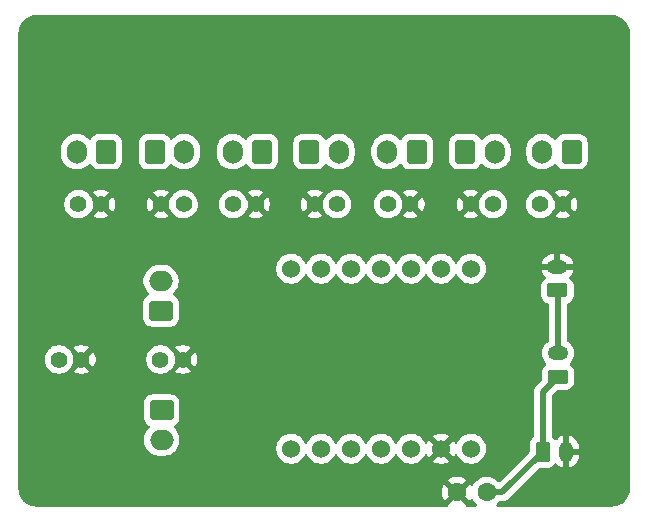
<source format=gbr>
%TF.GenerationSoftware,KiCad,Pcbnew,9.0.2*%
%TF.CreationDate,2025-08-29T09:25:12+10:00*%
%TF.ProjectId,fsr_right,6673725f-7269-4676-9874-2e6b69636164,rev?*%
%TF.SameCoordinates,Original*%
%TF.FileFunction,Copper,L2,Bot*%
%TF.FilePolarity,Positive*%
%FSLAX46Y46*%
G04 Gerber Fmt 4.6, Leading zero omitted, Abs format (unit mm)*
G04 Created by KiCad (PCBNEW 9.0.2) date 2025-08-29 09:25:12*
%MOMM*%
%LPD*%
G01*
G04 APERTURE LIST*
G04 Aperture macros list*
%AMRoundRect*
0 Rectangle with rounded corners*
0 $1 Rounding radius*
0 $2 $3 $4 $5 $6 $7 $8 $9 X,Y pos of 4 corners*
0 Add a 4 corners polygon primitive as box body*
4,1,4,$2,$3,$4,$5,$6,$7,$8,$9,$2,$3,0*
0 Add four circle primitives for the rounded corners*
1,1,$1+$1,$2,$3*
1,1,$1+$1,$4,$5*
1,1,$1+$1,$6,$7*
1,1,$1+$1,$8,$9*
0 Add four rect primitives between the rounded corners*
20,1,$1+$1,$2,$3,$4,$5,0*
20,1,$1+$1,$4,$5,$6,$7,0*
20,1,$1+$1,$6,$7,$8,$9,0*
20,1,$1+$1,$8,$9,$2,$3,0*%
G04 Aperture macros list end*
%TA.AperFunction,ComponentPad*%
%ADD10RoundRect,0.250000X0.600000X0.750000X-0.600000X0.750000X-0.600000X-0.750000X0.600000X-0.750000X0*%
%TD*%
%TA.AperFunction,ComponentPad*%
%ADD11O,1.700000X2.000000*%
%TD*%
%TA.AperFunction,ComponentPad*%
%ADD12C,1.400000*%
%TD*%
%TA.AperFunction,ComponentPad*%
%ADD13C,1.524000*%
%TD*%
%TA.AperFunction,ComponentPad*%
%ADD14RoundRect,0.250000X0.625000X-0.350000X0.625000X0.350000X-0.625000X0.350000X-0.625000X-0.350000X0*%
%TD*%
%TA.AperFunction,ComponentPad*%
%ADD15O,1.750000X1.200000*%
%TD*%
%TA.AperFunction,ComponentPad*%
%ADD16RoundRect,0.250000X-0.350000X-0.625000X0.350000X-0.625000X0.350000X0.625000X-0.350000X0.625000X0*%
%TD*%
%TA.AperFunction,ComponentPad*%
%ADD17O,1.200000X1.750000*%
%TD*%
%TA.AperFunction,ComponentPad*%
%ADD18RoundRect,0.250000X-0.750000X0.600000X-0.750000X-0.600000X0.750000X-0.600000X0.750000X0.600000X0*%
%TD*%
%TA.AperFunction,ComponentPad*%
%ADD19O,2.000000X1.700000*%
%TD*%
%TA.AperFunction,ComponentPad*%
%ADD20C,1.600000*%
%TD*%
%TA.AperFunction,ComponentPad*%
%ADD21RoundRect,0.250000X-0.600000X-0.750000X0.600000X-0.750000X0.600000X0.750000X-0.600000X0.750000X0*%
%TD*%
%TA.AperFunction,ComponentPad*%
%ADD22RoundRect,0.250000X0.750000X-0.600000X0.750000X0.600000X-0.750000X0.600000X-0.750000X-0.600000X0*%
%TD*%
%TA.AperFunction,Conductor*%
%ADD23C,0.500000*%
%TD*%
G04 APERTURE END LIST*
D10*
%TO.P,JMid1,1,Pin_1*%
%TO.N,+3.3V*%
X157850000Y-73145000D03*
D11*
%TO.P,JMid1,2,Pin_2*%
%TO.N,/Mid1*%
X155350000Y-73145000D03*
%TD*%
D10*
%TO.P,JRin1,1,Pin_1*%
%TO.N,+3.3V*%
X170950000Y-73145000D03*
D11*
%TO.P,JRin1,2,Pin_2*%
%TO.N,/Rin1*%
X168450000Y-73145000D03*
%TD*%
D12*
%TO.P,RMid2,1*%
%TO.N,/Mid2*%
X164205000Y-77600000D03*
%TO.P,RMid2,2*%
%TO.N,GND*%
X162305000Y-77600000D03*
%TD*%
D13*
%TO.P,U1,1,PA02_A0_D0*%
%TO.N,/Th1*%
X175540000Y-83060000D03*
%TO.P,U1,2,PA4_A1_D1*%
%TO.N,/Th2*%
X173000000Y-83060000D03*
%TO.P,U1,3,PA10_A2_D2*%
%TO.N,/Mid2*%
X170460000Y-83060000D03*
%TO.P,U1,4,PA11_A3_D3*%
%TO.N,/Mid1*%
X167920000Y-83060000D03*
%TO.P,U1,5,PA8_A4_D4_SDA*%
%TO.N,/In2*%
X165380000Y-83060000D03*
%TO.P,U1,6,PA9_A5_D5_SCL*%
%TO.N,/In1*%
X162840000Y-83060000D03*
%TO.P,U1,7,PB08_A6_TX*%
%TO.N,unconnected-(U1-PB08_A6_TX-Pad7)*%
X160300000Y-83060000D03*
%TO.P,U1,8,PB09_D7_RX*%
%TO.N,unconnected-(U1-PB09_D7_RX-Pad8)_1*%
X160300000Y-98300000D03*
%TO.P,U1,9,PA7_A8_D8_SCK*%
%TO.N,/Rin1*%
X162840000Y-98300000D03*
%TO.P,U1,10,PA5_A9_D9_MISO*%
%TO.N,/Rin2*%
X165380000Y-98300000D03*
%TO.P,U1,11,PA6_A10_D10_MOSI*%
%TO.N,/Pin*%
X167920000Y-98300000D03*
%TO.P,U1,12,3V3*%
%TO.N,+3.3V*%
X170460000Y-98300000D03*
%TO.P,U1,13,GND*%
%TO.N,GND*%
X173000000Y-98300000D03*
%TO.P,U1,14,5V*%
%TO.N,unconnected-(U1-5V-Pad14)_1*%
X175540000Y-98300000D03*
%TD*%
D12*
%TO.P,RRin2,1*%
%TO.N,/Rin2*%
X177405000Y-77600000D03*
%TO.P,RRin2,2*%
%TO.N,GND*%
X175505000Y-77600000D03*
%TD*%
D14*
%TO.P,SW2,1,A*%
%TO.N,Net-(SW2A-A)*%
X182900000Y-92200000D03*
D15*
%TO.P,SW2,2,B*%
%TO.N,Net-(SW2A-B)*%
X182900000Y-90200000D03*
%TD*%
D12*
%TO.P,RMid1,1*%
%TO.N,/Mid1*%
X155395000Y-77600000D03*
%TO.P,RMid1,2*%
%TO.N,GND*%
X157295000Y-77600000D03*
%TD*%
D16*
%TO.P,bat2,1,3.7V*%
%TO.N,Net-(SW2A-A)*%
X181600000Y-98550000D03*
D17*
%TO.P,bat2,2,G*%
%TO.N,GND*%
X183600000Y-98550000D03*
%TD*%
D18*
%TO.P,JTh1,1,Pin_1*%
%TO.N,+3.3V*%
X149345000Y-95050000D03*
D19*
%TO.P,JTh1,2,Pin_2*%
%TO.N,/Th1*%
X149345000Y-97550000D03*
%TD*%
D20*
%TO.P,C2,1*%
%TO.N,Net-(SW2A-A)*%
X176850000Y-102000000D03*
%TO.P,C2,2*%
%TO.N,GND*%
X174350000Y-102000000D03*
%TD*%
D14*
%TO.P,bat4,1,3.7V*%
%TO.N,Net-(SW2A-B)*%
X182850000Y-84900000D03*
D15*
%TO.P,bat4,2,G*%
%TO.N,GND*%
X182850000Y-82900000D03*
%TD*%
D12*
%TO.P,RRin1,1*%
%TO.N,/Rin1*%
X168495000Y-77600000D03*
%TO.P,RRin1,2*%
%TO.N,GND*%
X170395000Y-77600000D03*
%TD*%
%TO.P,RPin1,1*%
%TO.N,/Pin*%
X181395000Y-77600000D03*
%TO.P,RPin1,2*%
%TO.N,GND*%
X183295000Y-77600000D03*
%TD*%
D10*
%TO.P,JIn1,1,Pin_1*%
%TO.N,+3.3V*%
X144650000Y-73145000D03*
D11*
%TO.P,JIn1,2,Pin_2*%
%TO.N,/In1*%
X142150000Y-73145000D03*
%TD*%
D12*
%TO.P,RTh1,1*%
%TO.N,/Th1*%
X149240000Y-90750000D03*
%TO.P,RTh1,2*%
%TO.N,GND*%
X151140000Y-90750000D03*
%TD*%
%TO.P,RTh2,1*%
%TO.N,/Th2*%
X140640000Y-90750000D03*
%TO.P,RTh2,2*%
%TO.N,GND*%
X142540000Y-90750000D03*
%TD*%
%TO.P,RIn2,1*%
%TO.N,/In2*%
X151200000Y-77600000D03*
%TO.P,RIn2,2*%
%TO.N,GND*%
X149300000Y-77600000D03*
%TD*%
%TO.P,RIn1,1*%
%TO.N,/In1*%
X142295000Y-77600000D03*
%TO.P,RIn1,2*%
%TO.N,GND*%
X144195000Y-77600000D03*
%TD*%
D10*
%TO.P,JPin1,1,Pin_1*%
%TO.N,+3.3V*%
X184050000Y-73145000D03*
D11*
%TO.P,JPin1,2,Pin_2*%
%TO.N,/Pin*%
X181550000Y-73145000D03*
%TD*%
D21*
%TO.P,JIn2,1,Pin_1*%
%TO.N,+3.3V*%
X148750000Y-73145000D03*
D11*
%TO.P,JIn2,2,Pin_2*%
%TO.N,/In2*%
X151250000Y-73145000D03*
%TD*%
D21*
%TO.P,JMid2,1,Pin_1*%
%TO.N,+3.3V*%
X161850000Y-73145000D03*
D11*
%TO.P,JMid2,2,Pin_2*%
%TO.N,/Mid2*%
X164350000Y-73145000D03*
%TD*%
D21*
%TO.P,JRin2,1,Pin_1*%
%TO.N,+3.3V*%
X175050000Y-73145000D03*
D11*
%TO.P,JRin2,2,Pin_2*%
%TO.N,/Rin2*%
X177550000Y-73145000D03*
%TD*%
D22*
%TO.P,JTh2,1,Pin_1*%
%TO.N,+3.3V*%
X149290000Y-86600000D03*
D19*
%TO.P,JTh2,2,Pin_2*%
%TO.N,/Th2*%
X149290000Y-84100000D03*
%TD*%
D23*
%TO.N,Net-(SW2A-A)*%
X178150000Y-102000000D02*
X181600000Y-98550000D01*
X176850000Y-102000000D02*
X178150000Y-102000000D01*
X181600000Y-93500000D02*
X181600000Y-98550000D01*
X182900000Y-92200000D02*
X181600000Y-93500000D01*
%TO.N,Net-(SW2A-B)*%
X182900000Y-90200000D02*
X182900000Y-84950000D01*
X182900000Y-84950000D02*
X182850000Y-84900000D01*
%TD*%
%TA.AperFunction,Conductor*%
%TO.N,GND*%
G36*
X187474418Y-61600816D02*
G01*
X187674561Y-61615130D01*
X187692063Y-61617647D01*
X187883797Y-61659355D01*
X187900755Y-61664334D01*
X188084609Y-61732909D01*
X188100701Y-61740259D01*
X188272904Y-61834288D01*
X188287784Y-61843849D01*
X188444867Y-61961441D01*
X188458237Y-61973027D01*
X188596972Y-62111762D01*
X188608558Y-62125132D01*
X188726146Y-62282210D01*
X188735711Y-62297095D01*
X188829740Y-62469298D01*
X188837090Y-62485390D01*
X188905662Y-62669236D01*
X188910646Y-62686212D01*
X188952351Y-62877931D01*
X188954869Y-62895442D01*
X188969184Y-63095580D01*
X188969500Y-63104427D01*
X188969500Y-101695572D01*
X188969184Y-101704419D01*
X188954869Y-101904557D01*
X188952351Y-101922068D01*
X188910646Y-102113787D01*
X188905662Y-102130763D01*
X188837090Y-102314609D01*
X188829740Y-102330701D01*
X188735711Y-102502904D01*
X188726146Y-102517789D01*
X188608558Y-102674867D01*
X188596972Y-102688237D01*
X188458237Y-102826972D01*
X188444867Y-102838558D01*
X188287789Y-102956146D01*
X188272904Y-102965711D01*
X188100701Y-103059740D01*
X188084609Y-103067090D01*
X187900763Y-103135662D01*
X187883787Y-103140646D01*
X187692068Y-103182351D01*
X187674557Y-103184869D01*
X187493779Y-103197799D01*
X187474417Y-103199184D01*
X187465572Y-103199500D01*
X177789047Y-103199500D01*
X177722008Y-103179815D01*
X177676253Y-103127011D01*
X177666309Y-103057853D01*
X177695334Y-102994297D01*
X177701366Y-102987819D01*
X177733039Y-102956146D01*
X177841966Y-102847219D01*
X177852118Y-102833246D01*
X177875100Y-102801615D01*
X177930429Y-102758949D01*
X177975418Y-102750500D01*
X178223920Y-102750500D01*
X178336462Y-102728113D01*
X178368913Y-102721658D01*
X178505495Y-102665084D01*
X178554729Y-102632186D01*
X178561562Y-102627621D01*
X178579071Y-102615921D01*
X178628416Y-102582952D01*
X181249549Y-99961817D01*
X181310872Y-99928333D01*
X181337230Y-99925499D01*
X182000002Y-99925499D01*
X182000008Y-99925499D01*
X182102797Y-99914999D01*
X182269334Y-99859814D01*
X182418656Y-99767712D01*
X182542712Y-99643656D01*
X182582581Y-99579016D01*
X182634525Y-99532294D01*
X182703488Y-99521071D01*
X182767570Y-99548914D01*
X182775799Y-99556434D01*
X182883397Y-99664032D01*
X183023475Y-99765804D01*
X183177744Y-99844408D01*
X183342415Y-99897914D01*
X183342414Y-99897914D01*
X183349999Y-99899115D01*
X183350000Y-99899114D01*
X183350000Y-98830330D01*
X183369745Y-98850075D01*
X183455255Y-98899444D01*
X183550630Y-98925000D01*
X183649370Y-98925000D01*
X183744745Y-98899444D01*
X183830255Y-98850075D01*
X183850000Y-98830330D01*
X183850000Y-99899115D01*
X183857584Y-99897914D01*
X184022255Y-99844408D01*
X184176524Y-99765804D01*
X184316602Y-99664032D01*
X184439032Y-99541602D01*
X184540804Y-99401524D01*
X184619408Y-99247257D01*
X184672914Y-99082584D01*
X184700000Y-98911571D01*
X184700000Y-98800000D01*
X183880330Y-98800000D01*
X183900075Y-98780255D01*
X183949444Y-98694745D01*
X183975000Y-98599370D01*
X183975000Y-98500630D01*
X183949444Y-98405255D01*
X183900075Y-98319745D01*
X183880330Y-98300000D01*
X184700000Y-98300000D01*
X184700000Y-98188428D01*
X184672914Y-98017415D01*
X184619408Y-97852742D01*
X184540804Y-97698475D01*
X184439032Y-97558397D01*
X184316602Y-97435967D01*
X184176524Y-97334195D01*
X184022257Y-97255591D01*
X183857589Y-97202087D01*
X183857581Y-97202085D01*
X183850000Y-97200884D01*
X183850000Y-98269670D01*
X183830255Y-98249925D01*
X183744745Y-98200556D01*
X183649370Y-98175000D01*
X183550630Y-98175000D01*
X183455255Y-98200556D01*
X183369745Y-98249925D01*
X183350000Y-98269670D01*
X183350000Y-97200884D01*
X183349999Y-97200884D01*
X183342418Y-97202085D01*
X183342410Y-97202087D01*
X183177742Y-97255591D01*
X183023475Y-97334195D01*
X182883401Y-97435964D01*
X182775799Y-97543566D01*
X182714476Y-97577050D01*
X182644784Y-97572066D01*
X182588851Y-97530194D01*
X182582585Y-97520988D01*
X182542712Y-97456344D01*
X182418656Y-97332288D01*
X182418655Y-97332287D01*
X182409402Y-97326580D01*
X182362678Y-97274632D01*
X182350500Y-97221042D01*
X182350500Y-93862228D01*
X182370185Y-93795189D01*
X182386815Y-93774551D01*
X182824548Y-93336817D01*
X182885871Y-93303333D01*
X182912229Y-93300499D01*
X183575002Y-93300499D01*
X183575008Y-93300499D01*
X183677797Y-93289999D01*
X183844334Y-93234814D01*
X183993656Y-93142712D01*
X184117712Y-93018656D01*
X184209814Y-92869334D01*
X184264999Y-92702797D01*
X184275500Y-92600009D01*
X184275499Y-91799992D01*
X184271197Y-91757882D01*
X184264999Y-91697203D01*
X184264998Y-91697200D01*
X184209814Y-91530666D01*
X184117712Y-91381344D01*
X183993656Y-91257288D01*
X183993652Y-91257285D01*
X183929456Y-91217688D01*
X183882731Y-91165740D01*
X183871510Y-91096777D01*
X183899353Y-91032695D01*
X183906850Y-91024491D01*
X184014414Y-90916928D01*
X184116232Y-90776788D01*
X184194873Y-90622445D01*
X184248402Y-90457701D01*
X184275500Y-90286611D01*
X184275500Y-90113389D01*
X184248402Y-89942299D01*
X184194873Y-89777555D01*
X184116232Y-89623212D01*
X184014414Y-89483072D01*
X183891928Y-89360586D01*
X183751788Y-89258768D01*
X183718203Y-89241655D01*
X183667408Y-89193680D01*
X183650500Y-89131171D01*
X183650500Y-86072016D01*
X183670185Y-86004977D01*
X183722989Y-85959222D01*
X183735488Y-85954313D01*
X183794334Y-85934814D01*
X183943656Y-85842712D01*
X184067712Y-85718656D01*
X184159814Y-85569334D01*
X184214999Y-85402797D01*
X184225500Y-85300009D01*
X184225499Y-84499992D01*
X184214999Y-84397203D01*
X184159814Y-84230666D01*
X184067712Y-84081344D01*
X183943656Y-83957288D01*
X183943655Y-83957287D01*
X183879019Y-83917420D01*
X183832294Y-83865472D01*
X183821071Y-83796510D01*
X183848914Y-83732428D01*
X183856434Y-83724199D01*
X183964035Y-83616598D01*
X184065804Y-83476524D01*
X184144408Y-83322255D01*
X184197914Y-83157584D01*
X184199115Y-83150000D01*
X183130330Y-83150000D01*
X183150075Y-83130255D01*
X183199444Y-83044745D01*
X183225000Y-82949370D01*
X183225000Y-82850630D01*
X183199444Y-82755255D01*
X183150075Y-82669745D01*
X183130330Y-82650000D01*
X184199115Y-82650000D01*
X184199115Y-82649999D01*
X184197914Y-82642415D01*
X184144408Y-82477744D01*
X184065804Y-82323475D01*
X183964032Y-82183397D01*
X183841602Y-82060967D01*
X183701524Y-81959195D01*
X183547257Y-81880591D01*
X183382584Y-81827085D01*
X183211571Y-81800000D01*
X183100000Y-81800000D01*
X183100000Y-82619670D01*
X183080255Y-82599925D01*
X182994745Y-82550556D01*
X182899370Y-82525000D01*
X182800630Y-82525000D01*
X182705255Y-82550556D01*
X182619745Y-82599925D01*
X182600000Y-82619670D01*
X182600000Y-81800000D01*
X182488429Y-81800000D01*
X182317415Y-81827085D01*
X182152742Y-81880591D01*
X181998475Y-81959195D01*
X181858397Y-82060967D01*
X181735967Y-82183397D01*
X181634195Y-82323475D01*
X181555591Y-82477744D01*
X181502085Y-82642415D01*
X181500884Y-82649999D01*
X181500885Y-82650000D01*
X182569670Y-82650000D01*
X182549925Y-82669745D01*
X182500556Y-82755255D01*
X182475000Y-82850630D01*
X182475000Y-82949370D01*
X182500556Y-83044745D01*
X182549925Y-83130255D01*
X182569670Y-83150000D01*
X181500885Y-83150000D01*
X181502085Y-83157584D01*
X181555591Y-83322255D01*
X181634195Y-83476524D01*
X181735967Y-83616602D01*
X181843565Y-83724200D01*
X181877050Y-83785523D01*
X181872066Y-83855215D01*
X181830194Y-83911148D01*
X181820981Y-83917420D01*
X181756342Y-83957289D01*
X181632289Y-84081342D01*
X181540187Y-84230663D01*
X181540186Y-84230666D01*
X181485001Y-84397203D01*
X181485001Y-84397204D01*
X181485000Y-84397204D01*
X181474500Y-84499983D01*
X181474500Y-85300001D01*
X181474501Y-85300019D01*
X181485000Y-85402796D01*
X181485001Y-85402799D01*
X181527597Y-85531342D01*
X181540186Y-85569334D01*
X181632288Y-85718656D01*
X181756344Y-85842712D01*
X181905666Y-85934814D01*
X182027580Y-85975212D01*
X182064504Y-85987448D01*
X182121949Y-86027221D01*
X182148772Y-86091737D01*
X182149500Y-86105154D01*
X182149500Y-89131171D01*
X182129815Y-89198210D01*
X182081797Y-89241655D01*
X182048211Y-89258768D01*
X181968256Y-89316859D01*
X181908072Y-89360586D01*
X181908070Y-89360588D01*
X181908069Y-89360588D01*
X181785588Y-89483069D01*
X181785588Y-89483070D01*
X181785586Y-89483072D01*
X181741859Y-89543256D01*
X181683768Y-89623211D01*
X181605128Y-89777552D01*
X181551597Y-89942302D01*
X181527307Y-90095669D01*
X181524500Y-90113389D01*
X181524500Y-90286611D01*
X181551598Y-90457701D01*
X181605127Y-90622445D01*
X181683768Y-90776788D01*
X181785586Y-90916928D01*
X181785588Y-90916930D01*
X181893127Y-91024469D01*
X181926612Y-91085792D01*
X181921628Y-91155484D01*
X181879756Y-91211417D01*
X181870544Y-91217688D01*
X181806344Y-91257287D01*
X181682289Y-91381342D01*
X181590187Y-91530663D01*
X181590185Y-91530668D01*
X181589719Y-91532074D01*
X181535001Y-91697203D01*
X181535001Y-91697204D01*
X181535000Y-91697204D01*
X181524500Y-91799983D01*
X181524500Y-92462769D01*
X181504815Y-92529808D01*
X181488181Y-92550450D01*
X181017052Y-93021578D01*
X181017049Y-93021581D01*
X180967812Y-93095271D01*
X180934921Y-93144496D01*
X180934914Y-93144508D01*
X180878342Y-93281086D01*
X180878340Y-93281092D01*
X180849500Y-93426079D01*
X180849500Y-97221042D01*
X180829815Y-97288081D01*
X180790598Y-97326580D01*
X180781344Y-97332287D01*
X180657289Y-97456342D01*
X180565187Y-97605663D01*
X180565185Y-97605668D01*
X180548412Y-97656286D01*
X180510001Y-97772203D01*
X180510001Y-97772204D01*
X180510000Y-97772204D01*
X180499500Y-97874983D01*
X180499500Y-98537769D01*
X180479815Y-98604808D01*
X180463181Y-98625450D01*
X177976589Y-101112042D01*
X177915266Y-101145527D01*
X177845574Y-101140543D01*
X177801227Y-101112042D01*
X177697213Y-101008028D01*
X177531613Y-100887715D01*
X177531612Y-100887714D01*
X177531610Y-100887713D01*
X177474653Y-100858691D01*
X177349223Y-100794781D01*
X177154534Y-100731522D01*
X176979995Y-100703878D01*
X176952352Y-100699500D01*
X176747648Y-100699500D01*
X176723329Y-100703351D01*
X176545465Y-100731522D01*
X176350776Y-100794781D01*
X176168386Y-100887715D01*
X176002786Y-101008028D01*
X175858028Y-101152786D01*
X175737714Y-101318386D01*
X175710203Y-101372379D01*
X175662227Y-101423174D01*
X175594406Y-101439968D01*
X175528272Y-101417429D01*
X175489234Y-101372376D01*
X175461861Y-101318652D01*
X175429474Y-101274077D01*
X175429474Y-101274076D01*
X174750000Y-101953551D01*
X174750000Y-101947339D01*
X174722741Y-101845606D01*
X174670080Y-101754394D01*
X174595606Y-101679920D01*
X174504394Y-101627259D01*
X174402661Y-101600000D01*
X174396446Y-101600000D01*
X175075922Y-100920524D01*
X175075921Y-100920523D01*
X175031359Y-100888147D01*
X175031350Y-100888141D01*
X174849031Y-100795244D01*
X174654417Y-100732009D01*
X174452317Y-100700000D01*
X174247683Y-100700000D01*
X174045582Y-100732009D01*
X173850968Y-100795244D01*
X173668644Y-100888143D01*
X173624077Y-100920523D01*
X173624077Y-100920524D01*
X174303554Y-101600000D01*
X174297339Y-101600000D01*
X174195606Y-101627259D01*
X174104394Y-101679920D01*
X174029920Y-101754394D01*
X173977259Y-101845606D01*
X173950000Y-101947339D01*
X173950000Y-101953553D01*
X173270524Y-101274077D01*
X173270523Y-101274077D01*
X173238143Y-101318644D01*
X173145244Y-101500968D01*
X173082009Y-101695582D01*
X173050000Y-101897682D01*
X173050000Y-102102317D01*
X173082009Y-102304417D01*
X173145244Y-102499031D01*
X173238141Y-102681350D01*
X173238147Y-102681359D01*
X173270523Y-102725921D01*
X173270524Y-102725922D01*
X173950000Y-102046446D01*
X173950000Y-102052661D01*
X173977259Y-102154394D01*
X174029920Y-102245606D01*
X174104394Y-102320080D01*
X174195606Y-102372741D01*
X174297339Y-102400000D01*
X174303553Y-102400000D01*
X173619067Y-103084483D01*
X173608635Y-103134147D01*
X173559584Y-103183905D01*
X173499381Y-103199500D01*
X138714428Y-103199500D01*
X138705582Y-103199184D01*
X138683622Y-103197613D01*
X138505442Y-103184869D01*
X138487931Y-103182351D01*
X138296212Y-103140646D01*
X138279236Y-103135662D01*
X138095390Y-103067090D01*
X138079298Y-103059740D01*
X137907095Y-102965711D01*
X137892210Y-102956146D01*
X137735132Y-102838558D01*
X137721762Y-102826972D01*
X137583027Y-102688237D01*
X137571441Y-102674867D01*
X137564119Y-102665086D01*
X137453849Y-102517784D01*
X137444288Y-102502904D01*
X137350259Y-102330701D01*
X137342909Y-102314609D01*
X137317172Y-102245606D01*
X137274334Y-102130755D01*
X137269355Y-102113797D01*
X137227647Y-101922063D01*
X137225130Y-101904557D01*
X137224923Y-101901663D01*
X137224923Y-101901662D01*
X137224638Y-101897682D01*
X137210816Y-101704418D01*
X137210500Y-101695572D01*
X137210500Y-94399983D01*
X147844500Y-94399983D01*
X147844500Y-95700001D01*
X147844501Y-95700018D01*
X147855000Y-95802796D01*
X147855001Y-95802799D01*
X147910185Y-95969331D01*
X147910187Y-95969336D01*
X148002289Y-96118657D01*
X148126344Y-96242712D01*
X148281120Y-96338178D01*
X148327845Y-96390126D01*
X148339068Y-96459088D01*
X148311224Y-96523171D01*
X148303706Y-96531398D01*
X148164889Y-96670215D01*
X148039951Y-96842179D01*
X147943444Y-97031585D01*
X147877753Y-97233760D01*
X147844500Y-97443713D01*
X147844500Y-97656286D01*
X147877140Y-97862371D01*
X147877754Y-97866243D01*
X147922632Y-98004364D01*
X147943444Y-98068414D01*
X148039951Y-98257820D01*
X148164890Y-98429786D01*
X148315213Y-98580109D01*
X148487179Y-98705048D01*
X148487181Y-98705049D01*
X148487184Y-98705051D01*
X148676588Y-98801557D01*
X148878757Y-98867246D01*
X149088713Y-98900500D01*
X149088714Y-98900500D01*
X149601286Y-98900500D01*
X149601287Y-98900500D01*
X149811243Y-98867246D01*
X150013412Y-98801557D01*
X150202816Y-98705051D01*
X150224789Y-98689086D01*
X150374786Y-98580109D01*
X150374788Y-98580106D01*
X150374792Y-98580104D01*
X150525104Y-98429792D01*
X150525106Y-98429788D01*
X150525109Y-98429786D01*
X150650048Y-98257820D01*
X150650047Y-98257820D01*
X150650051Y-98257816D01*
X150679184Y-98200639D01*
X159037500Y-98200639D01*
X159037500Y-98399360D01*
X159068587Y-98595637D01*
X159129993Y-98784629D01*
X159129994Y-98784632D01*
X159172089Y-98867246D01*
X159220213Y-98961694D01*
X159337019Y-99122464D01*
X159477536Y-99262981D01*
X159638306Y-99379787D01*
X159725149Y-99424035D01*
X159815367Y-99470005D01*
X159815370Y-99470006D01*
X159909866Y-99500709D01*
X160004364Y-99531413D01*
X160200639Y-99562500D01*
X160200640Y-99562500D01*
X160399360Y-99562500D01*
X160399361Y-99562500D01*
X160595636Y-99531413D01*
X160784632Y-99470005D01*
X160961694Y-99379787D01*
X161122464Y-99262981D01*
X161262981Y-99122464D01*
X161379787Y-98961694D01*
X161459515Y-98805218D01*
X161507490Y-98754423D01*
X161575311Y-98737628D01*
X161641446Y-98760165D01*
X161680484Y-98805218D01*
X161760213Y-98961694D01*
X161877019Y-99122464D01*
X162017536Y-99262981D01*
X162178306Y-99379787D01*
X162265149Y-99424035D01*
X162355367Y-99470005D01*
X162355370Y-99470006D01*
X162449866Y-99500709D01*
X162544364Y-99531413D01*
X162740639Y-99562500D01*
X162740640Y-99562500D01*
X162939360Y-99562500D01*
X162939361Y-99562500D01*
X163135636Y-99531413D01*
X163324632Y-99470005D01*
X163501694Y-99379787D01*
X163662464Y-99262981D01*
X163802981Y-99122464D01*
X163919787Y-98961694D01*
X163999515Y-98805218D01*
X164047490Y-98754423D01*
X164115311Y-98737628D01*
X164181446Y-98760165D01*
X164220484Y-98805218D01*
X164300213Y-98961694D01*
X164417019Y-99122464D01*
X164557536Y-99262981D01*
X164718306Y-99379787D01*
X164805149Y-99424035D01*
X164895367Y-99470005D01*
X164895370Y-99470006D01*
X164989866Y-99500709D01*
X165084364Y-99531413D01*
X165280639Y-99562500D01*
X165280640Y-99562500D01*
X165479360Y-99562500D01*
X165479361Y-99562500D01*
X165675636Y-99531413D01*
X165864632Y-99470005D01*
X166041694Y-99379787D01*
X166202464Y-99262981D01*
X166342981Y-99122464D01*
X166459787Y-98961694D01*
X166539515Y-98805218D01*
X166587490Y-98754423D01*
X166655311Y-98737628D01*
X166721446Y-98760165D01*
X166760484Y-98805218D01*
X166840213Y-98961694D01*
X166957019Y-99122464D01*
X167097536Y-99262981D01*
X167258306Y-99379787D01*
X167345149Y-99424035D01*
X167435367Y-99470005D01*
X167435370Y-99470006D01*
X167529866Y-99500709D01*
X167624364Y-99531413D01*
X167820639Y-99562500D01*
X167820640Y-99562500D01*
X168019360Y-99562500D01*
X168019361Y-99562500D01*
X168215636Y-99531413D01*
X168404632Y-99470005D01*
X168581694Y-99379787D01*
X168742464Y-99262981D01*
X168882981Y-99122464D01*
X168999787Y-98961694D01*
X169079515Y-98805218D01*
X169127490Y-98754423D01*
X169195311Y-98737628D01*
X169261446Y-98760165D01*
X169300484Y-98805218D01*
X169380213Y-98961694D01*
X169497019Y-99122464D01*
X169637536Y-99262981D01*
X169798306Y-99379787D01*
X169885149Y-99424035D01*
X169975367Y-99470005D01*
X169975370Y-99470006D01*
X170069866Y-99500709D01*
X170164364Y-99531413D01*
X170360639Y-99562500D01*
X170360640Y-99562500D01*
X170559360Y-99562500D01*
X170559361Y-99562500D01*
X170755636Y-99531413D01*
X170944632Y-99470005D01*
X171121694Y-99379787D01*
X171282464Y-99262981D01*
X171422981Y-99122464D01*
X171539787Y-98961694D01*
X171619796Y-98804667D01*
X171667769Y-98753872D01*
X171735590Y-98737077D01*
X171801725Y-98759614D01*
X171840765Y-98804668D01*
X171920641Y-98961432D01*
X171947730Y-98998715D01*
X171947731Y-98998716D01*
X172562352Y-98384094D01*
X172585792Y-98471571D01*
X172644311Y-98572930D01*
X172727070Y-98655689D01*
X172828429Y-98714208D01*
X172915905Y-98737647D01*
X172301283Y-99352268D01*
X172301283Y-99352269D01*
X172338567Y-99379358D01*
X172515562Y-99469542D01*
X172704477Y-99530924D01*
X172900679Y-99562000D01*
X173099321Y-99562000D01*
X173295520Y-99530924D01*
X173295523Y-99530924D01*
X173484437Y-99469542D01*
X173661425Y-99379362D01*
X173698716Y-99352268D01*
X173084095Y-98737647D01*
X173171571Y-98714208D01*
X173272930Y-98655689D01*
X173355689Y-98572930D01*
X173414208Y-98471571D01*
X173437647Y-98384094D01*
X174052268Y-98998715D01*
X174079364Y-98961422D01*
X174159234Y-98804669D01*
X174207208Y-98753872D01*
X174275029Y-98737077D01*
X174341164Y-98759614D01*
X174380203Y-98804667D01*
X174460213Y-98961694D01*
X174577019Y-99122464D01*
X174717536Y-99262981D01*
X174878306Y-99379787D01*
X174965149Y-99424035D01*
X175055367Y-99470005D01*
X175055370Y-99470006D01*
X175149866Y-99500709D01*
X175244364Y-99531413D01*
X175440639Y-99562500D01*
X175440640Y-99562500D01*
X175639360Y-99562500D01*
X175639361Y-99562500D01*
X175835636Y-99531413D01*
X176024632Y-99470005D01*
X176201694Y-99379787D01*
X176362464Y-99262981D01*
X176502981Y-99122464D01*
X176619787Y-98961694D01*
X176710005Y-98784632D01*
X176771413Y-98595636D01*
X176802500Y-98399361D01*
X176802500Y-98200639D01*
X176771413Y-98004364D01*
X176723045Y-97855500D01*
X176710006Y-97815370D01*
X176710005Y-97815367D01*
X176650445Y-97698475D01*
X176619787Y-97638306D01*
X176502981Y-97477536D01*
X176362464Y-97337019D01*
X176201694Y-97220213D01*
X176163759Y-97200884D01*
X176024632Y-97129994D01*
X176024629Y-97129993D01*
X175835637Y-97068587D01*
X175737498Y-97053043D01*
X175639361Y-97037500D01*
X175440639Y-97037500D01*
X175375214Y-97047862D01*
X175244362Y-97068587D01*
X175055370Y-97129993D01*
X175055367Y-97129994D01*
X174878305Y-97220213D01*
X174717533Y-97337021D01*
X174577021Y-97477533D01*
X174460213Y-97638305D01*
X174380204Y-97795331D01*
X174332229Y-97846127D01*
X174264408Y-97862922D01*
X174198273Y-97840384D01*
X174159234Y-97795331D01*
X174079358Y-97638567D01*
X174052268Y-97601283D01*
X173437647Y-98215904D01*
X173414208Y-98128429D01*
X173355689Y-98027070D01*
X173272930Y-97944311D01*
X173171571Y-97885792D01*
X173084094Y-97862352D01*
X173698716Y-97247731D01*
X173698715Y-97247730D01*
X173661432Y-97220641D01*
X173484437Y-97130457D01*
X173295522Y-97069075D01*
X173099321Y-97038000D01*
X172900679Y-97038000D01*
X172704479Y-97069075D01*
X172704476Y-97069075D01*
X172515562Y-97130457D01*
X172338564Y-97220643D01*
X172301283Y-97247729D01*
X172301282Y-97247730D01*
X172915906Y-97862352D01*
X172828429Y-97885792D01*
X172727070Y-97944311D01*
X172644311Y-98027070D01*
X172585792Y-98128429D01*
X172562352Y-98215905D01*
X171947730Y-97601282D01*
X171947729Y-97601283D01*
X171920641Y-97638566D01*
X171840764Y-97795332D01*
X171792790Y-97846127D01*
X171724969Y-97862922D01*
X171658834Y-97840384D01*
X171619796Y-97795332D01*
X171539787Y-97638306D01*
X171422981Y-97477536D01*
X171282464Y-97337019D01*
X171121694Y-97220213D01*
X171083759Y-97200884D01*
X170944632Y-97129994D01*
X170944629Y-97129993D01*
X170755637Y-97068587D01*
X170657498Y-97053043D01*
X170559361Y-97037500D01*
X170360639Y-97037500D01*
X170295214Y-97047862D01*
X170164362Y-97068587D01*
X169975370Y-97129993D01*
X169975367Y-97129994D01*
X169798305Y-97220213D01*
X169637533Y-97337021D01*
X169497021Y-97477533D01*
X169380213Y-97638305D01*
X169300485Y-97794780D01*
X169252510Y-97845576D01*
X169184689Y-97862371D01*
X169118554Y-97839833D01*
X169079515Y-97794780D01*
X169030445Y-97698475D01*
X168999787Y-97638306D01*
X168882981Y-97477536D01*
X168742464Y-97337019D01*
X168581694Y-97220213D01*
X168543759Y-97200884D01*
X168404632Y-97129994D01*
X168404629Y-97129993D01*
X168215637Y-97068587D01*
X168117498Y-97053043D01*
X168019361Y-97037500D01*
X167820639Y-97037500D01*
X167755214Y-97047862D01*
X167624362Y-97068587D01*
X167435370Y-97129993D01*
X167435367Y-97129994D01*
X167258305Y-97220213D01*
X167097533Y-97337021D01*
X166957021Y-97477533D01*
X166840213Y-97638305D01*
X166760485Y-97794780D01*
X166712510Y-97845576D01*
X166644689Y-97862371D01*
X166578554Y-97839833D01*
X166539515Y-97794780D01*
X166490445Y-97698475D01*
X166459787Y-97638306D01*
X166342981Y-97477536D01*
X166202464Y-97337019D01*
X166041694Y-97220213D01*
X166003759Y-97200884D01*
X165864632Y-97129994D01*
X165864629Y-97129993D01*
X165675637Y-97068587D01*
X165577498Y-97053043D01*
X165479361Y-97037500D01*
X165280639Y-97037500D01*
X165215214Y-97047862D01*
X165084362Y-97068587D01*
X164895370Y-97129993D01*
X164895367Y-97129994D01*
X164718305Y-97220213D01*
X164557533Y-97337021D01*
X164417021Y-97477533D01*
X164300213Y-97638305D01*
X164220485Y-97794780D01*
X164172510Y-97845576D01*
X164104689Y-97862371D01*
X164038554Y-97839833D01*
X163999515Y-97794780D01*
X163950445Y-97698475D01*
X163919787Y-97638306D01*
X163802981Y-97477536D01*
X163662464Y-97337019D01*
X163501694Y-97220213D01*
X163463759Y-97200884D01*
X163324632Y-97129994D01*
X163324629Y-97129993D01*
X163135637Y-97068587D01*
X163037498Y-97053043D01*
X162939361Y-97037500D01*
X162740639Y-97037500D01*
X162675214Y-97047862D01*
X162544362Y-97068587D01*
X162355370Y-97129993D01*
X162355367Y-97129994D01*
X162178305Y-97220213D01*
X162017533Y-97337021D01*
X161877021Y-97477533D01*
X161760213Y-97638305D01*
X161680485Y-97794780D01*
X161632510Y-97845576D01*
X161564689Y-97862371D01*
X161498554Y-97839833D01*
X161459515Y-97794780D01*
X161410445Y-97698475D01*
X161379787Y-97638306D01*
X161262981Y-97477536D01*
X161122464Y-97337019D01*
X160961694Y-97220213D01*
X160923759Y-97200884D01*
X160784632Y-97129994D01*
X160784629Y-97129993D01*
X160595637Y-97068587D01*
X160497498Y-97053043D01*
X160399361Y-97037500D01*
X160200639Y-97037500D01*
X160135214Y-97047862D01*
X160004362Y-97068587D01*
X159815370Y-97129993D01*
X159815367Y-97129994D01*
X159638305Y-97220213D01*
X159477533Y-97337021D01*
X159337021Y-97477533D01*
X159220213Y-97638305D01*
X159129994Y-97815367D01*
X159129993Y-97815370D01*
X159068587Y-98004362D01*
X159037500Y-98200639D01*
X150679184Y-98200639D01*
X150746557Y-98068412D01*
X150812246Y-97866243D01*
X150845500Y-97656287D01*
X150845500Y-97443713D01*
X150812246Y-97233757D01*
X150746557Y-97031588D01*
X150650051Y-96842184D01*
X150650049Y-96842181D01*
X150650048Y-96842179D01*
X150525109Y-96670213D01*
X150386294Y-96531398D01*
X150352809Y-96470075D01*
X150357793Y-96400383D01*
X150399665Y-96344450D01*
X150408879Y-96338178D01*
X150414331Y-96334814D01*
X150414334Y-96334814D01*
X150563656Y-96242712D01*
X150687712Y-96118656D01*
X150779814Y-95969334D01*
X150834999Y-95802797D01*
X150845500Y-95700009D01*
X150845499Y-94399992D01*
X150834999Y-94297203D01*
X150779814Y-94130666D01*
X150687712Y-93981344D01*
X150563656Y-93857288D01*
X150414334Y-93765186D01*
X150247797Y-93710001D01*
X150247795Y-93710000D01*
X150145010Y-93699500D01*
X148544998Y-93699500D01*
X148544981Y-93699501D01*
X148442203Y-93710000D01*
X148442200Y-93710001D01*
X148275668Y-93765185D01*
X148275663Y-93765187D01*
X148126342Y-93857289D01*
X148002289Y-93981342D01*
X147910187Y-94130663D01*
X147910186Y-94130666D01*
X147855001Y-94297203D01*
X147855001Y-94297204D01*
X147855000Y-94297204D01*
X147844500Y-94399983D01*
X137210500Y-94399983D01*
X137210500Y-90655513D01*
X139439500Y-90655513D01*
X139439500Y-90844486D01*
X139469059Y-91031118D01*
X139527454Y-91210836D01*
X139551123Y-91257288D01*
X139613240Y-91379199D01*
X139724310Y-91532073D01*
X139857927Y-91665690D01*
X140010801Y-91776760D01*
X140090347Y-91817290D01*
X140179163Y-91862545D01*
X140179165Y-91862545D01*
X140179168Y-91862547D01*
X140275497Y-91893846D01*
X140358881Y-91920940D01*
X140545514Y-91950500D01*
X140545519Y-91950500D01*
X140734486Y-91950500D01*
X140921118Y-91920940D01*
X140922623Y-91920451D01*
X141100832Y-91862547D01*
X141269199Y-91776760D01*
X141295182Y-91757882D01*
X141885669Y-91757882D01*
X141885670Y-91757883D01*
X141911059Y-91776329D01*
X142079362Y-91862085D01*
X142258997Y-91920451D01*
X142445553Y-91950000D01*
X142634447Y-91950000D01*
X142821002Y-91920451D01*
X143000637Y-91862085D01*
X143168937Y-91776331D01*
X143194328Y-91757883D01*
X143194328Y-91757882D01*
X142540001Y-91103554D01*
X142540000Y-91103554D01*
X141885669Y-91757882D01*
X141295182Y-91757882D01*
X141422073Y-91665690D01*
X141555690Y-91532073D01*
X141666760Y-91379199D01*
X141752547Y-91210832D01*
X141756310Y-91199249D01*
X141786561Y-91149882D01*
X142186445Y-90749999D01*
X142140368Y-90703922D01*
X142190000Y-90703922D01*
X142190000Y-90796078D01*
X142213852Y-90885095D01*
X142259930Y-90964905D01*
X142325095Y-91030070D01*
X142404905Y-91076148D01*
X142493922Y-91100000D01*
X142586078Y-91100000D01*
X142675095Y-91076148D01*
X142754905Y-91030070D01*
X142820070Y-90964905D01*
X142866148Y-90885095D01*
X142890000Y-90796078D01*
X142890000Y-90749999D01*
X142893554Y-90749999D01*
X142893554Y-90750000D01*
X143547882Y-91404328D01*
X143547883Y-91404328D01*
X143566331Y-91378937D01*
X143652085Y-91210637D01*
X143710451Y-91031002D01*
X143740000Y-90844447D01*
X143740000Y-90655552D01*
X143739994Y-90655513D01*
X148039500Y-90655513D01*
X148039500Y-90844486D01*
X148069059Y-91031118D01*
X148127454Y-91210836D01*
X148151123Y-91257288D01*
X148213240Y-91379199D01*
X148324310Y-91532073D01*
X148457927Y-91665690D01*
X148610801Y-91776760D01*
X148690347Y-91817290D01*
X148779163Y-91862545D01*
X148779165Y-91862545D01*
X148779168Y-91862547D01*
X148875497Y-91893846D01*
X148958881Y-91920940D01*
X149145514Y-91950500D01*
X149145519Y-91950500D01*
X149334486Y-91950500D01*
X149521118Y-91920940D01*
X149522623Y-91920451D01*
X149700832Y-91862547D01*
X149869199Y-91776760D01*
X149895182Y-91757882D01*
X150485669Y-91757882D01*
X150485670Y-91757883D01*
X150511059Y-91776329D01*
X150679362Y-91862085D01*
X150858997Y-91920451D01*
X151045553Y-91950000D01*
X151234447Y-91950000D01*
X151421002Y-91920451D01*
X151600637Y-91862085D01*
X151768937Y-91776331D01*
X151794328Y-91757883D01*
X151794328Y-91757882D01*
X151140001Y-91103554D01*
X151140000Y-91103554D01*
X150485669Y-91757882D01*
X149895182Y-91757882D01*
X150022073Y-91665690D01*
X150155690Y-91532073D01*
X150266760Y-91379199D01*
X150352547Y-91210832D01*
X150356310Y-91199249D01*
X150386561Y-91149882D01*
X150786445Y-90749999D01*
X150740368Y-90703922D01*
X150790000Y-90703922D01*
X150790000Y-90796078D01*
X150813852Y-90885095D01*
X150859930Y-90964905D01*
X150925095Y-91030070D01*
X151004905Y-91076148D01*
X151093922Y-91100000D01*
X151186078Y-91100000D01*
X151275095Y-91076148D01*
X151354905Y-91030070D01*
X151420070Y-90964905D01*
X151466148Y-90885095D01*
X151490000Y-90796078D01*
X151490000Y-90749999D01*
X151493554Y-90749999D01*
X151493554Y-90750000D01*
X152147882Y-91404328D01*
X152147883Y-91404328D01*
X152166331Y-91378937D01*
X152252085Y-91210637D01*
X152310451Y-91031002D01*
X152340000Y-90844447D01*
X152340000Y-90655552D01*
X152310451Y-90468997D01*
X152252085Y-90289362D01*
X152166329Y-90121059D01*
X152147883Y-90095670D01*
X152147882Y-90095669D01*
X151493554Y-90749999D01*
X151490000Y-90749999D01*
X151490000Y-90703922D01*
X151466148Y-90614905D01*
X151420070Y-90535095D01*
X151354905Y-90469930D01*
X151275095Y-90423852D01*
X151186078Y-90400000D01*
X151093922Y-90400000D01*
X151004905Y-90423852D01*
X150925095Y-90469930D01*
X150859930Y-90535095D01*
X150813852Y-90614905D01*
X150790000Y-90703922D01*
X150740368Y-90703922D01*
X150386560Y-90350114D01*
X150356310Y-90300750D01*
X150352546Y-90289166D01*
X150266759Y-90120800D01*
X150248500Y-90095669D01*
X150155690Y-89967927D01*
X150022073Y-89834310D01*
X149895179Y-89742116D01*
X150485669Y-89742116D01*
X151140000Y-90396446D01*
X151140001Y-90396446D01*
X151794328Y-89742116D01*
X151768933Y-89723666D01*
X151600637Y-89637914D01*
X151421002Y-89579548D01*
X151234447Y-89550000D01*
X151045553Y-89550000D01*
X150858997Y-89579548D01*
X150679362Y-89637914D01*
X150511060Y-89723669D01*
X150485670Y-89742116D01*
X150485669Y-89742116D01*
X149895179Y-89742116D01*
X149869199Y-89723240D01*
X149700836Y-89637454D01*
X149521118Y-89579059D01*
X149334486Y-89549500D01*
X149334481Y-89549500D01*
X149145519Y-89549500D01*
X149145514Y-89549500D01*
X148958881Y-89579059D01*
X148779163Y-89637454D01*
X148610800Y-89723240D01*
X148536047Y-89777552D01*
X148457927Y-89834310D01*
X148457925Y-89834312D01*
X148457924Y-89834312D01*
X148324312Y-89967924D01*
X148324312Y-89967925D01*
X148324310Y-89967927D01*
X148276610Y-90033579D01*
X148213240Y-90120800D01*
X148127454Y-90289163D01*
X148069059Y-90468881D01*
X148039500Y-90655513D01*
X143739994Y-90655513D01*
X143710451Y-90468997D01*
X143652085Y-90289362D01*
X143566329Y-90121059D01*
X143547883Y-90095670D01*
X143547882Y-90095669D01*
X142893554Y-90749999D01*
X142890000Y-90749999D01*
X142890000Y-90703922D01*
X142866148Y-90614905D01*
X142820070Y-90535095D01*
X142754905Y-90469930D01*
X142675095Y-90423852D01*
X142586078Y-90400000D01*
X142493922Y-90400000D01*
X142404905Y-90423852D01*
X142325095Y-90469930D01*
X142259930Y-90535095D01*
X142213852Y-90614905D01*
X142190000Y-90703922D01*
X142140368Y-90703922D01*
X141786560Y-90350114D01*
X141756310Y-90300750D01*
X141752546Y-90289166D01*
X141666759Y-90120800D01*
X141648500Y-90095669D01*
X141555690Y-89967927D01*
X141422073Y-89834310D01*
X141295179Y-89742116D01*
X141885669Y-89742116D01*
X142540000Y-90396446D01*
X142540001Y-90396446D01*
X143194328Y-89742116D01*
X143168933Y-89723666D01*
X143000637Y-89637914D01*
X142821002Y-89579548D01*
X142634447Y-89550000D01*
X142445553Y-89550000D01*
X142258997Y-89579548D01*
X142079362Y-89637914D01*
X141911060Y-89723669D01*
X141885670Y-89742116D01*
X141885669Y-89742116D01*
X141295179Y-89742116D01*
X141269199Y-89723240D01*
X141100836Y-89637454D01*
X140921118Y-89579059D01*
X140734486Y-89549500D01*
X140734481Y-89549500D01*
X140545519Y-89549500D01*
X140545514Y-89549500D01*
X140358881Y-89579059D01*
X140179163Y-89637454D01*
X140010800Y-89723240D01*
X139936047Y-89777552D01*
X139857927Y-89834310D01*
X139857925Y-89834312D01*
X139857924Y-89834312D01*
X139724312Y-89967924D01*
X139724312Y-89967925D01*
X139724310Y-89967927D01*
X139676610Y-90033579D01*
X139613240Y-90120800D01*
X139527454Y-90289163D01*
X139469059Y-90468881D01*
X139439500Y-90655513D01*
X137210500Y-90655513D01*
X137210500Y-83993713D01*
X147789500Y-83993713D01*
X147789500Y-84206286D01*
X147822753Y-84416239D01*
X147888444Y-84618414D01*
X147984951Y-84807820D01*
X148109890Y-84979786D01*
X148248705Y-85118601D01*
X148282190Y-85179924D01*
X148277206Y-85249616D01*
X148235334Y-85305549D01*
X148226121Y-85311821D01*
X148071342Y-85407289D01*
X147947289Y-85531342D01*
X147855187Y-85680663D01*
X147855186Y-85680666D01*
X147800001Y-85847203D01*
X147800001Y-85847204D01*
X147800000Y-85847204D01*
X147789500Y-85949983D01*
X147789500Y-87250001D01*
X147789501Y-87250018D01*
X147800000Y-87352796D01*
X147800001Y-87352799D01*
X147855185Y-87519331D01*
X147855186Y-87519334D01*
X147947288Y-87668656D01*
X148071344Y-87792712D01*
X148220666Y-87884814D01*
X148387203Y-87939999D01*
X148489991Y-87950500D01*
X150090008Y-87950499D01*
X150192797Y-87939999D01*
X150359334Y-87884814D01*
X150508656Y-87792712D01*
X150632712Y-87668656D01*
X150724814Y-87519334D01*
X150779999Y-87352797D01*
X150790500Y-87250009D01*
X150790499Y-85949992D01*
X150779999Y-85847203D01*
X150724814Y-85680666D01*
X150632712Y-85531344D01*
X150508656Y-85407288D01*
X150359334Y-85315186D01*
X150359333Y-85315185D01*
X150353878Y-85311821D01*
X150307154Y-85259873D01*
X150295931Y-85190910D01*
X150323775Y-85126828D01*
X150331272Y-85118623D01*
X150470104Y-84979792D01*
X150595051Y-84807816D01*
X150691557Y-84618412D01*
X150757246Y-84416243D01*
X150790500Y-84206287D01*
X150790500Y-83993713D01*
X150757246Y-83783757D01*
X150691557Y-83581588D01*
X150595051Y-83392184D01*
X150595049Y-83392181D01*
X150595048Y-83392179D01*
X150470109Y-83220213D01*
X150319786Y-83069890D01*
X150300784Y-83056085D01*
X150169413Y-82960639D01*
X159037500Y-82960639D01*
X159037500Y-83159361D01*
X159047137Y-83220208D01*
X159068587Y-83355637D01*
X159129993Y-83544629D01*
X159129994Y-83544632D01*
X159220213Y-83721694D01*
X159337019Y-83882464D01*
X159477536Y-84022981D01*
X159638306Y-84139787D01*
X159725149Y-84184035D01*
X159815367Y-84230005D01*
X159815370Y-84230006D01*
X159909866Y-84260709D01*
X160004364Y-84291413D01*
X160200639Y-84322500D01*
X160200640Y-84322500D01*
X160399360Y-84322500D01*
X160399361Y-84322500D01*
X160595636Y-84291413D01*
X160777815Y-84232219D01*
X160784629Y-84230006D01*
X160784632Y-84230005D01*
X160961694Y-84139787D01*
X161122464Y-84022981D01*
X161262981Y-83882464D01*
X161379787Y-83721694D01*
X161459515Y-83565218D01*
X161507490Y-83514423D01*
X161575311Y-83497628D01*
X161641446Y-83520165D01*
X161680484Y-83565218D01*
X161760213Y-83721694D01*
X161877019Y-83882464D01*
X162017536Y-84022981D01*
X162178306Y-84139787D01*
X162265149Y-84184035D01*
X162355367Y-84230005D01*
X162355370Y-84230006D01*
X162449866Y-84260709D01*
X162544364Y-84291413D01*
X162740639Y-84322500D01*
X162740640Y-84322500D01*
X162939360Y-84322500D01*
X162939361Y-84322500D01*
X163135636Y-84291413D01*
X163317815Y-84232219D01*
X163324629Y-84230006D01*
X163324632Y-84230005D01*
X163501694Y-84139787D01*
X163662464Y-84022981D01*
X163802981Y-83882464D01*
X163919787Y-83721694D01*
X163999515Y-83565218D01*
X164047490Y-83514423D01*
X164115311Y-83497628D01*
X164181446Y-83520165D01*
X164220484Y-83565218D01*
X164300213Y-83721694D01*
X164417019Y-83882464D01*
X164557536Y-84022981D01*
X164718306Y-84139787D01*
X164805149Y-84184035D01*
X164895367Y-84230005D01*
X164895370Y-84230006D01*
X164989866Y-84260709D01*
X165084364Y-84291413D01*
X165280639Y-84322500D01*
X165280640Y-84322500D01*
X165479360Y-84322500D01*
X165479361Y-84322500D01*
X165675636Y-84291413D01*
X165857815Y-84232219D01*
X165864629Y-84230006D01*
X165864632Y-84230005D01*
X166041694Y-84139787D01*
X166202464Y-84022981D01*
X166342981Y-83882464D01*
X166459787Y-83721694D01*
X166539515Y-83565218D01*
X166587490Y-83514423D01*
X166655311Y-83497628D01*
X166721446Y-83520165D01*
X166760484Y-83565218D01*
X166840213Y-83721694D01*
X166957019Y-83882464D01*
X167097536Y-84022981D01*
X167258306Y-84139787D01*
X167345149Y-84184035D01*
X167435367Y-84230005D01*
X167435370Y-84230006D01*
X167529866Y-84260709D01*
X167624364Y-84291413D01*
X167820639Y-84322500D01*
X167820640Y-84322500D01*
X168019360Y-84322500D01*
X168019361Y-84322500D01*
X168215636Y-84291413D01*
X168397815Y-84232219D01*
X168404629Y-84230006D01*
X168404632Y-84230005D01*
X168581694Y-84139787D01*
X168742464Y-84022981D01*
X168882981Y-83882464D01*
X168999787Y-83721694D01*
X169079515Y-83565218D01*
X169127490Y-83514423D01*
X169195311Y-83497628D01*
X169261446Y-83520165D01*
X169300484Y-83565218D01*
X169380213Y-83721694D01*
X169497019Y-83882464D01*
X169637536Y-84022981D01*
X169798306Y-84139787D01*
X169885149Y-84184035D01*
X169975367Y-84230005D01*
X169975370Y-84230006D01*
X170069866Y-84260709D01*
X170164364Y-84291413D01*
X170360639Y-84322500D01*
X170360640Y-84322500D01*
X170559360Y-84322500D01*
X170559361Y-84322500D01*
X170755636Y-84291413D01*
X170937815Y-84232219D01*
X170944629Y-84230006D01*
X170944632Y-84230005D01*
X171121694Y-84139787D01*
X171282464Y-84022981D01*
X171422981Y-83882464D01*
X171539787Y-83721694D01*
X171619515Y-83565218D01*
X171667490Y-83514423D01*
X171735311Y-83497628D01*
X171801446Y-83520165D01*
X171840484Y-83565218D01*
X171920213Y-83721694D01*
X172037019Y-83882464D01*
X172177536Y-84022981D01*
X172338306Y-84139787D01*
X172425149Y-84184035D01*
X172515367Y-84230005D01*
X172515370Y-84230006D01*
X172609866Y-84260709D01*
X172704364Y-84291413D01*
X172900639Y-84322500D01*
X172900640Y-84322500D01*
X173099360Y-84322500D01*
X173099361Y-84322500D01*
X173295636Y-84291413D01*
X173477815Y-84232219D01*
X173484629Y-84230006D01*
X173484632Y-84230005D01*
X173661694Y-84139787D01*
X173822464Y-84022981D01*
X173962981Y-83882464D01*
X174079787Y-83721694D01*
X174159515Y-83565218D01*
X174207490Y-83514423D01*
X174275311Y-83497628D01*
X174341446Y-83520165D01*
X174380484Y-83565218D01*
X174460213Y-83721694D01*
X174577019Y-83882464D01*
X174717536Y-84022981D01*
X174878306Y-84139787D01*
X174965149Y-84184035D01*
X175055367Y-84230005D01*
X175055370Y-84230006D01*
X175149866Y-84260709D01*
X175244364Y-84291413D01*
X175440639Y-84322500D01*
X175440640Y-84322500D01*
X175639360Y-84322500D01*
X175639361Y-84322500D01*
X175835636Y-84291413D01*
X176017815Y-84232219D01*
X176024629Y-84230006D01*
X176024632Y-84230005D01*
X176201694Y-84139787D01*
X176362464Y-84022981D01*
X176502981Y-83882464D01*
X176619787Y-83721694D01*
X176710005Y-83544632D01*
X176771413Y-83355636D01*
X176802500Y-83159361D01*
X176802500Y-82960639D01*
X176771413Y-82764364D01*
X176771412Y-82764360D01*
X176758748Y-82725382D01*
X176710006Y-82575370D01*
X176710005Y-82575367D01*
X176619786Y-82398305D01*
X176565419Y-82323475D01*
X176502981Y-82237536D01*
X176362464Y-82097019D01*
X176201694Y-81980213D01*
X176160444Y-81959195D01*
X176024632Y-81889994D01*
X176024629Y-81889993D01*
X175835637Y-81828587D01*
X175737498Y-81813043D01*
X175639361Y-81797500D01*
X175440639Y-81797500D01*
X175424855Y-81800000D01*
X175244362Y-81828587D01*
X175055370Y-81889993D01*
X175055367Y-81889994D01*
X174878305Y-81980213D01*
X174717533Y-82097021D01*
X174577021Y-82237533D01*
X174460213Y-82398305D01*
X174380485Y-82554780D01*
X174332510Y-82605576D01*
X174264689Y-82622371D01*
X174198554Y-82599833D01*
X174159515Y-82554780D01*
X174079786Y-82398305D01*
X174025419Y-82323475D01*
X173962981Y-82237536D01*
X173822464Y-82097019D01*
X173661694Y-81980213D01*
X173620444Y-81959195D01*
X173484632Y-81889994D01*
X173484629Y-81889993D01*
X173295637Y-81828587D01*
X173197498Y-81813043D01*
X173099361Y-81797500D01*
X172900639Y-81797500D01*
X172884855Y-81800000D01*
X172704362Y-81828587D01*
X172515370Y-81889993D01*
X172515367Y-81889994D01*
X172338305Y-81980213D01*
X172177533Y-82097021D01*
X172037021Y-82237533D01*
X171920213Y-82398305D01*
X171840485Y-82554780D01*
X171792510Y-82605576D01*
X171724689Y-82622371D01*
X171658554Y-82599833D01*
X171619515Y-82554780D01*
X171539786Y-82398305D01*
X171485419Y-82323475D01*
X171422981Y-82237536D01*
X171282464Y-82097019D01*
X171121694Y-81980213D01*
X171080444Y-81959195D01*
X170944632Y-81889994D01*
X170944629Y-81889993D01*
X170755637Y-81828587D01*
X170657498Y-81813043D01*
X170559361Y-81797500D01*
X170360639Y-81797500D01*
X170344855Y-81800000D01*
X170164362Y-81828587D01*
X169975370Y-81889993D01*
X169975367Y-81889994D01*
X169798305Y-81980213D01*
X169637533Y-82097021D01*
X169497021Y-82237533D01*
X169380213Y-82398305D01*
X169300485Y-82554780D01*
X169252510Y-82605576D01*
X169184689Y-82622371D01*
X169118554Y-82599833D01*
X169079515Y-82554780D01*
X168999786Y-82398305D01*
X168945419Y-82323475D01*
X168882981Y-82237536D01*
X168742464Y-82097019D01*
X168581694Y-81980213D01*
X168540444Y-81959195D01*
X168404632Y-81889994D01*
X168404629Y-81889993D01*
X168215637Y-81828587D01*
X168117498Y-81813043D01*
X168019361Y-81797500D01*
X167820639Y-81797500D01*
X167804855Y-81800000D01*
X167624362Y-81828587D01*
X167435370Y-81889993D01*
X167435367Y-81889994D01*
X167258305Y-81980213D01*
X167097533Y-82097021D01*
X166957021Y-82237533D01*
X166840213Y-82398305D01*
X166760485Y-82554780D01*
X166712510Y-82605576D01*
X166644689Y-82622371D01*
X166578554Y-82599833D01*
X166539515Y-82554780D01*
X166459786Y-82398305D01*
X166405419Y-82323475D01*
X166342981Y-82237536D01*
X166202464Y-82097019D01*
X166041694Y-81980213D01*
X166000444Y-81959195D01*
X165864632Y-81889994D01*
X165864629Y-81889993D01*
X165675637Y-81828587D01*
X165577498Y-81813043D01*
X165479361Y-81797500D01*
X165280639Y-81797500D01*
X165264855Y-81800000D01*
X165084362Y-81828587D01*
X164895370Y-81889993D01*
X164895367Y-81889994D01*
X164718305Y-81980213D01*
X164557533Y-82097021D01*
X164417021Y-82237533D01*
X164300213Y-82398305D01*
X164220485Y-82554780D01*
X164172510Y-82605576D01*
X164104689Y-82622371D01*
X164038554Y-82599833D01*
X163999515Y-82554780D01*
X163919786Y-82398305D01*
X163865419Y-82323475D01*
X163802981Y-82237536D01*
X163662464Y-82097019D01*
X163501694Y-81980213D01*
X163460444Y-81959195D01*
X163324632Y-81889994D01*
X163324629Y-81889993D01*
X163135637Y-81828587D01*
X163037498Y-81813043D01*
X162939361Y-81797500D01*
X162740639Y-81797500D01*
X162724855Y-81800000D01*
X162544362Y-81828587D01*
X162355370Y-81889993D01*
X162355367Y-81889994D01*
X162178305Y-81980213D01*
X162017533Y-82097021D01*
X161877021Y-82237533D01*
X161760213Y-82398305D01*
X161680485Y-82554780D01*
X161632510Y-82605576D01*
X161564689Y-82622371D01*
X161498554Y-82599833D01*
X161459515Y-82554780D01*
X161379786Y-82398305D01*
X161325419Y-82323475D01*
X161262981Y-82237536D01*
X161122464Y-82097019D01*
X160961694Y-81980213D01*
X160920444Y-81959195D01*
X160784632Y-81889994D01*
X160784629Y-81889993D01*
X160595637Y-81828587D01*
X160497498Y-81813043D01*
X160399361Y-81797500D01*
X160200639Y-81797500D01*
X160184855Y-81800000D01*
X160004362Y-81828587D01*
X159815370Y-81889993D01*
X159815367Y-81889994D01*
X159638305Y-81980213D01*
X159477533Y-82097021D01*
X159337021Y-82237533D01*
X159220213Y-82398305D01*
X159129994Y-82575367D01*
X159129993Y-82575370D01*
X159068587Y-82764362D01*
X159068587Y-82764364D01*
X159037500Y-82960639D01*
X150169413Y-82960639D01*
X150147820Y-82944951D01*
X149958414Y-82848444D01*
X149958413Y-82848443D01*
X149958412Y-82848443D01*
X149756243Y-82782754D01*
X149756241Y-82782753D01*
X149756240Y-82782753D01*
X149582622Y-82755255D01*
X149546287Y-82749500D01*
X149033713Y-82749500D01*
X148997378Y-82755255D01*
X148823760Y-82782753D01*
X148621585Y-82848444D01*
X148432179Y-82944951D01*
X148260213Y-83069890D01*
X148109890Y-83220213D01*
X147984951Y-83392179D01*
X147888444Y-83581585D01*
X147822753Y-83783760D01*
X147789500Y-83993713D01*
X137210500Y-83993713D01*
X137210500Y-77505513D01*
X141094500Y-77505513D01*
X141094500Y-77694486D01*
X141124059Y-77881118D01*
X141182454Y-78060836D01*
X141268104Y-78228933D01*
X141268240Y-78229199D01*
X141379310Y-78382073D01*
X141512927Y-78515690D01*
X141665801Y-78626760D01*
X141745347Y-78667290D01*
X141834163Y-78712545D01*
X141834165Y-78712545D01*
X141834168Y-78712547D01*
X141930497Y-78743846D01*
X142013881Y-78770940D01*
X142200514Y-78800500D01*
X142200519Y-78800500D01*
X142389486Y-78800500D01*
X142576118Y-78770940D01*
X142577623Y-78770451D01*
X142755832Y-78712547D01*
X142924199Y-78626760D01*
X142950182Y-78607882D01*
X143540669Y-78607882D01*
X143540670Y-78607883D01*
X143566059Y-78626329D01*
X143734362Y-78712085D01*
X143913997Y-78770451D01*
X144100553Y-78800000D01*
X144289447Y-78800000D01*
X144476002Y-78770451D01*
X144655637Y-78712085D01*
X144823937Y-78626331D01*
X144849328Y-78607883D01*
X144849328Y-78607882D01*
X148645669Y-78607882D01*
X148645670Y-78607883D01*
X148671059Y-78626329D01*
X148839362Y-78712085D01*
X149018997Y-78770451D01*
X149205553Y-78800000D01*
X149394447Y-78800000D01*
X149581002Y-78770451D01*
X149760637Y-78712085D01*
X149928937Y-78626331D01*
X149954328Y-78607883D01*
X149954328Y-78607882D01*
X149300001Y-77953554D01*
X149300000Y-77953554D01*
X148645669Y-78607882D01*
X144849328Y-78607882D01*
X144195001Y-77953554D01*
X144195000Y-77953554D01*
X143540669Y-78607882D01*
X142950182Y-78607882D01*
X143077073Y-78515690D01*
X143210690Y-78382073D01*
X143321760Y-78229199D01*
X143407547Y-78060832D01*
X143411310Y-78049249D01*
X143441561Y-77999882D01*
X143841445Y-77599999D01*
X143795368Y-77553922D01*
X143845000Y-77553922D01*
X143845000Y-77646078D01*
X143868852Y-77735095D01*
X143914930Y-77814905D01*
X143980095Y-77880070D01*
X144059905Y-77926148D01*
X144148922Y-77950000D01*
X144241078Y-77950000D01*
X144330095Y-77926148D01*
X144409905Y-77880070D01*
X144475070Y-77814905D01*
X144521148Y-77735095D01*
X144545000Y-77646078D01*
X144545000Y-77599999D01*
X144548554Y-77599999D01*
X144548554Y-77600000D01*
X145202882Y-78254328D01*
X145202883Y-78254328D01*
X145221331Y-78228937D01*
X145307085Y-78060637D01*
X145365451Y-77881002D01*
X145395000Y-77694447D01*
X145395000Y-77505552D01*
X148100000Y-77505552D01*
X148100000Y-77694447D01*
X148129548Y-77881002D01*
X148187914Y-78060637D01*
X148273666Y-78228933D01*
X148292116Y-78254328D01*
X148946446Y-77600000D01*
X148946446Y-77599999D01*
X148900369Y-77553922D01*
X148950000Y-77553922D01*
X148950000Y-77646078D01*
X148973852Y-77735095D01*
X149019930Y-77814905D01*
X149085095Y-77880070D01*
X149164905Y-77926148D01*
X149253922Y-77950000D01*
X149346078Y-77950000D01*
X149435095Y-77926148D01*
X149514905Y-77880070D01*
X149580070Y-77814905D01*
X149626148Y-77735095D01*
X149650000Y-77646078D01*
X149650000Y-77599999D01*
X149653554Y-77599999D01*
X149653554Y-77600000D01*
X150053439Y-77999885D01*
X150083688Y-78049246D01*
X150087453Y-78060832D01*
X150116778Y-78118387D01*
X150173238Y-78229197D01*
X150191497Y-78254328D01*
X150284310Y-78382073D01*
X150417927Y-78515690D01*
X150570801Y-78626760D01*
X150650347Y-78667290D01*
X150739163Y-78712545D01*
X150739165Y-78712545D01*
X150739168Y-78712547D01*
X150835497Y-78743846D01*
X150918881Y-78770940D01*
X151105514Y-78800500D01*
X151105519Y-78800500D01*
X151294486Y-78800500D01*
X151481118Y-78770940D01*
X151482623Y-78770451D01*
X151660832Y-78712547D01*
X151829199Y-78626760D01*
X151982073Y-78515690D01*
X152115690Y-78382073D01*
X152226760Y-78229199D01*
X152312547Y-78060832D01*
X152370940Y-77881118D01*
X152381427Y-77814905D01*
X152400500Y-77694486D01*
X152400500Y-77505513D01*
X154194500Y-77505513D01*
X154194500Y-77694486D01*
X154224059Y-77881118D01*
X154282454Y-78060836D01*
X154368104Y-78228933D01*
X154368240Y-78229199D01*
X154479310Y-78382073D01*
X154612927Y-78515690D01*
X154765801Y-78626760D01*
X154845347Y-78667290D01*
X154934163Y-78712545D01*
X154934165Y-78712545D01*
X154934168Y-78712547D01*
X155030497Y-78743846D01*
X155113881Y-78770940D01*
X155300514Y-78800500D01*
X155300519Y-78800500D01*
X155489486Y-78800500D01*
X155676118Y-78770940D01*
X155677623Y-78770451D01*
X155855832Y-78712547D01*
X156024199Y-78626760D01*
X156050182Y-78607882D01*
X156640669Y-78607882D01*
X156640670Y-78607883D01*
X156666059Y-78626329D01*
X156834362Y-78712085D01*
X157013997Y-78770451D01*
X157200553Y-78800000D01*
X157389447Y-78800000D01*
X157576002Y-78770451D01*
X157755637Y-78712085D01*
X157923937Y-78626331D01*
X157949328Y-78607883D01*
X157949328Y-78607882D01*
X161650669Y-78607882D01*
X161650670Y-78607883D01*
X161676059Y-78626329D01*
X161844362Y-78712085D01*
X162023997Y-78770451D01*
X162210553Y-78800000D01*
X162399447Y-78800000D01*
X162586002Y-78770451D01*
X162765637Y-78712085D01*
X162933937Y-78626331D01*
X162959328Y-78607883D01*
X162959328Y-78607882D01*
X162305001Y-77953554D01*
X162305000Y-77953554D01*
X161650669Y-78607882D01*
X157949328Y-78607882D01*
X157295001Y-77953554D01*
X157295000Y-77953554D01*
X156640669Y-78607882D01*
X156050182Y-78607882D01*
X156177073Y-78515690D01*
X156310690Y-78382073D01*
X156421760Y-78229199D01*
X156507547Y-78060832D01*
X156511310Y-78049249D01*
X156541561Y-77999882D01*
X156941445Y-77599999D01*
X156895368Y-77553922D01*
X156945000Y-77553922D01*
X156945000Y-77646078D01*
X156968852Y-77735095D01*
X157014930Y-77814905D01*
X157080095Y-77880070D01*
X157159905Y-77926148D01*
X157248922Y-77950000D01*
X157341078Y-77950000D01*
X157430095Y-77926148D01*
X157509905Y-77880070D01*
X157575070Y-77814905D01*
X157621148Y-77735095D01*
X157645000Y-77646078D01*
X157645000Y-77599999D01*
X157648554Y-77599999D01*
X157648554Y-77600000D01*
X158302882Y-78254328D01*
X158302883Y-78254328D01*
X158321331Y-78228937D01*
X158407085Y-78060637D01*
X158465451Y-77881002D01*
X158495000Y-77694447D01*
X158495000Y-77505552D01*
X161105000Y-77505552D01*
X161105000Y-77694447D01*
X161134548Y-77881002D01*
X161192914Y-78060637D01*
X161278666Y-78228933D01*
X161297116Y-78254328D01*
X161951446Y-77600000D01*
X161951446Y-77599999D01*
X161905369Y-77553922D01*
X161955000Y-77553922D01*
X161955000Y-77646078D01*
X161978852Y-77735095D01*
X162024930Y-77814905D01*
X162090095Y-77880070D01*
X162169905Y-77926148D01*
X162258922Y-77950000D01*
X162351078Y-77950000D01*
X162440095Y-77926148D01*
X162519905Y-77880070D01*
X162585070Y-77814905D01*
X162631148Y-77735095D01*
X162655000Y-77646078D01*
X162655000Y-77599999D01*
X162658554Y-77599999D01*
X162658554Y-77600000D01*
X163058439Y-77999885D01*
X163088688Y-78049246D01*
X163092453Y-78060832D01*
X163121778Y-78118387D01*
X163178238Y-78229197D01*
X163196497Y-78254328D01*
X163289310Y-78382073D01*
X163422927Y-78515690D01*
X163575801Y-78626760D01*
X163655347Y-78667290D01*
X163744163Y-78712545D01*
X163744165Y-78712545D01*
X163744168Y-78712547D01*
X163840497Y-78743846D01*
X163923881Y-78770940D01*
X164110514Y-78800500D01*
X164110519Y-78800500D01*
X164299486Y-78800500D01*
X164486118Y-78770940D01*
X164487623Y-78770451D01*
X164665832Y-78712547D01*
X164834199Y-78626760D01*
X164987073Y-78515690D01*
X165120690Y-78382073D01*
X165231760Y-78229199D01*
X165317547Y-78060832D01*
X165375940Y-77881118D01*
X165386427Y-77814905D01*
X165405500Y-77694486D01*
X165405500Y-77505513D01*
X167294500Y-77505513D01*
X167294500Y-77694486D01*
X167324059Y-77881118D01*
X167382454Y-78060836D01*
X167468104Y-78228933D01*
X167468240Y-78229199D01*
X167579310Y-78382073D01*
X167712927Y-78515690D01*
X167865801Y-78626760D01*
X167945347Y-78667290D01*
X168034163Y-78712545D01*
X168034165Y-78712545D01*
X168034168Y-78712547D01*
X168130497Y-78743846D01*
X168213881Y-78770940D01*
X168400514Y-78800500D01*
X168400519Y-78800500D01*
X168589486Y-78800500D01*
X168776118Y-78770940D01*
X168777623Y-78770451D01*
X168955832Y-78712547D01*
X169124199Y-78626760D01*
X169150182Y-78607882D01*
X169740669Y-78607882D01*
X169740670Y-78607883D01*
X169766059Y-78626329D01*
X169934362Y-78712085D01*
X170113997Y-78770451D01*
X170300553Y-78800000D01*
X170489447Y-78800000D01*
X170676002Y-78770451D01*
X170855637Y-78712085D01*
X171023937Y-78626331D01*
X171049328Y-78607883D01*
X171049328Y-78607882D01*
X174850669Y-78607882D01*
X174850670Y-78607883D01*
X174876059Y-78626329D01*
X175044362Y-78712085D01*
X175223997Y-78770451D01*
X175410553Y-78800000D01*
X175599447Y-78800000D01*
X175786002Y-78770451D01*
X175965637Y-78712085D01*
X176133937Y-78626331D01*
X176159328Y-78607883D01*
X176159328Y-78607882D01*
X175505001Y-77953554D01*
X175505000Y-77953554D01*
X174850669Y-78607882D01*
X171049328Y-78607882D01*
X170395001Y-77953554D01*
X170395000Y-77953554D01*
X169740669Y-78607882D01*
X169150182Y-78607882D01*
X169277073Y-78515690D01*
X169410690Y-78382073D01*
X169521760Y-78229199D01*
X169607547Y-78060832D01*
X169611310Y-78049249D01*
X169641561Y-77999882D01*
X170041445Y-77599999D01*
X169995368Y-77553922D01*
X170045000Y-77553922D01*
X170045000Y-77646078D01*
X170068852Y-77735095D01*
X170114930Y-77814905D01*
X170180095Y-77880070D01*
X170259905Y-77926148D01*
X170348922Y-77950000D01*
X170441078Y-77950000D01*
X170530095Y-77926148D01*
X170609905Y-77880070D01*
X170675070Y-77814905D01*
X170721148Y-77735095D01*
X170745000Y-77646078D01*
X170745000Y-77599999D01*
X170748554Y-77599999D01*
X170748554Y-77600000D01*
X171402882Y-78254328D01*
X171402883Y-78254328D01*
X171421331Y-78228937D01*
X171507085Y-78060637D01*
X171565451Y-77881002D01*
X171595000Y-77694447D01*
X171595000Y-77505552D01*
X174305000Y-77505552D01*
X174305000Y-77694447D01*
X174334548Y-77881002D01*
X174392914Y-78060637D01*
X174478666Y-78228933D01*
X174497116Y-78254328D01*
X175151446Y-77600000D01*
X175151446Y-77599999D01*
X175105369Y-77553922D01*
X175155000Y-77553922D01*
X175155000Y-77646078D01*
X175178852Y-77735095D01*
X175224930Y-77814905D01*
X175290095Y-77880070D01*
X175369905Y-77926148D01*
X175458922Y-77950000D01*
X175551078Y-77950000D01*
X175640095Y-77926148D01*
X175719905Y-77880070D01*
X175785070Y-77814905D01*
X175831148Y-77735095D01*
X175855000Y-77646078D01*
X175855000Y-77599999D01*
X175858554Y-77599999D01*
X175858554Y-77600000D01*
X176258439Y-77999885D01*
X176288688Y-78049246D01*
X176292453Y-78060832D01*
X176321778Y-78118387D01*
X176378238Y-78229197D01*
X176396497Y-78254328D01*
X176489310Y-78382073D01*
X176622927Y-78515690D01*
X176775801Y-78626760D01*
X176855347Y-78667290D01*
X176944163Y-78712545D01*
X176944165Y-78712545D01*
X176944168Y-78712547D01*
X177040497Y-78743846D01*
X177123881Y-78770940D01*
X177310514Y-78800500D01*
X177310519Y-78800500D01*
X177499486Y-78800500D01*
X177686118Y-78770940D01*
X177687623Y-78770451D01*
X177865832Y-78712547D01*
X178034199Y-78626760D01*
X178187073Y-78515690D01*
X178320690Y-78382073D01*
X178431760Y-78229199D01*
X178517547Y-78060832D01*
X178575940Y-77881118D01*
X178586427Y-77814905D01*
X178605500Y-77694486D01*
X178605500Y-77505513D01*
X180194500Y-77505513D01*
X180194500Y-77694486D01*
X180224059Y-77881118D01*
X180282454Y-78060836D01*
X180368104Y-78228933D01*
X180368240Y-78229199D01*
X180479310Y-78382073D01*
X180612927Y-78515690D01*
X180765801Y-78626760D01*
X180845347Y-78667290D01*
X180934163Y-78712545D01*
X180934165Y-78712545D01*
X180934168Y-78712547D01*
X181030497Y-78743846D01*
X181113881Y-78770940D01*
X181300514Y-78800500D01*
X181300519Y-78800500D01*
X181489486Y-78800500D01*
X181676118Y-78770940D01*
X181677623Y-78770451D01*
X181855832Y-78712547D01*
X182024199Y-78626760D01*
X182050182Y-78607882D01*
X182640669Y-78607882D01*
X182640670Y-78607883D01*
X182666059Y-78626329D01*
X182834362Y-78712085D01*
X183013997Y-78770451D01*
X183200553Y-78800000D01*
X183389447Y-78800000D01*
X183576002Y-78770451D01*
X183755637Y-78712085D01*
X183923937Y-78626331D01*
X183949328Y-78607883D01*
X183949328Y-78607882D01*
X183295001Y-77953554D01*
X183295000Y-77953554D01*
X182640669Y-78607882D01*
X182050182Y-78607882D01*
X182177073Y-78515690D01*
X182310690Y-78382073D01*
X182421760Y-78229199D01*
X182507547Y-78060832D01*
X182511310Y-78049249D01*
X182541561Y-77999882D01*
X182941445Y-77599999D01*
X182895368Y-77553922D01*
X182945000Y-77553922D01*
X182945000Y-77646078D01*
X182968852Y-77735095D01*
X183014930Y-77814905D01*
X183080095Y-77880070D01*
X183159905Y-77926148D01*
X183248922Y-77950000D01*
X183341078Y-77950000D01*
X183430095Y-77926148D01*
X183509905Y-77880070D01*
X183575070Y-77814905D01*
X183621148Y-77735095D01*
X183645000Y-77646078D01*
X183645000Y-77599999D01*
X183648554Y-77599999D01*
X183648554Y-77600000D01*
X184302882Y-78254328D01*
X184302883Y-78254328D01*
X184321331Y-78228937D01*
X184407085Y-78060637D01*
X184465451Y-77881002D01*
X184495000Y-77694447D01*
X184495000Y-77505552D01*
X184465451Y-77318997D01*
X184407085Y-77139362D01*
X184321329Y-76971059D01*
X184302883Y-76945670D01*
X184302882Y-76945669D01*
X183648554Y-77599999D01*
X183645000Y-77599999D01*
X183645000Y-77553922D01*
X183621148Y-77464905D01*
X183575070Y-77385095D01*
X183509905Y-77319930D01*
X183430095Y-77273852D01*
X183341078Y-77250000D01*
X183248922Y-77250000D01*
X183159905Y-77273852D01*
X183080095Y-77319930D01*
X183014930Y-77385095D01*
X182968852Y-77464905D01*
X182945000Y-77553922D01*
X182895368Y-77553922D01*
X182541560Y-77200114D01*
X182511310Y-77150750D01*
X182507546Y-77139166D01*
X182504339Y-77132871D01*
X182421760Y-76970801D01*
X182310690Y-76817927D01*
X182177073Y-76684310D01*
X182050179Y-76592116D01*
X182640669Y-76592116D01*
X183295000Y-77246446D01*
X183295001Y-77246446D01*
X183949328Y-76592116D01*
X183923933Y-76573666D01*
X183755637Y-76487914D01*
X183576002Y-76429548D01*
X183389447Y-76400000D01*
X183200553Y-76400000D01*
X183013997Y-76429548D01*
X182834362Y-76487914D01*
X182666060Y-76573669D01*
X182640670Y-76592116D01*
X182640669Y-76592116D01*
X182050179Y-76592116D01*
X182024199Y-76573240D01*
X181855836Y-76487454D01*
X181676118Y-76429059D01*
X181489486Y-76399500D01*
X181489481Y-76399500D01*
X181300519Y-76399500D01*
X181300514Y-76399500D01*
X181113881Y-76429059D01*
X180934163Y-76487454D01*
X180765800Y-76573240D01*
X180678579Y-76636610D01*
X180612927Y-76684310D01*
X180612925Y-76684312D01*
X180612924Y-76684312D01*
X180479312Y-76817924D01*
X180479312Y-76817925D01*
X180479310Y-76817927D01*
X180431610Y-76883579D01*
X180368240Y-76970800D01*
X180282454Y-77139163D01*
X180224059Y-77318881D01*
X180194500Y-77505513D01*
X178605500Y-77505513D01*
X178575940Y-77318881D01*
X178517545Y-77139163D01*
X178472290Y-77050347D01*
X178431760Y-76970801D01*
X178320690Y-76817927D01*
X178187073Y-76684310D01*
X178034199Y-76573240D01*
X177865836Y-76487454D01*
X177686118Y-76429059D01*
X177499486Y-76399500D01*
X177499481Y-76399500D01*
X177310519Y-76399500D01*
X177310514Y-76399500D01*
X177123881Y-76429059D01*
X176944163Y-76487454D01*
X176775800Y-76573240D01*
X176688579Y-76636610D01*
X176622927Y-76684310D01*
X176622925Y-76684312D01*
X176622924Y-76684312D01*
X176489312Y-76817924D01*
X176489312Y-76817925D01*
X176489310Y-76817927D01*
X176455941Y-76863855D01*
X176378238Y-76970802D01*
X176292452Y-77139169D01*
X176288686Y-77150759D01*
X176258438Y-77200114D01*
X175858554Y-77599999D01*
X175855000Y-77599999D01*
X175855000Y-77553922D01*
X175831148Y-77464905D01*
X175785070Y-77385095D01*
X175719905Y-77319930D01*
X175640095Y-77273852D01*
X175551078Y-77250000D01*
X175458922Y-77250000D01*
X175369905Y-77273852D01*
X175290095Y-77319930D01*
X175224930Y-77385095D01*
X175178852Y-77464905D01*
X175155000Y-77553922D01*
X175105369Y-77553922D01*
X174497116Y-76945669D01*
X174497116Y-76945670D01*
X174478669Y-76971060D01*
X174392914Y-77139362D01*
X174334548Y-77318997D01*
X174305000Y-77505552D01*
X171595000Y-77505552D01*
X171565451Y-77318997D01*
X171507085Y-77139362D01*
X171421329Y-76971059D01*
X171402883Y-76945670D01*
X171402882Y-76945669D01*
X170748554Y-77599999D01*
X170745000Y-77599999D01*
X170745000Y-77553922D01*
X170721148Y-77464905D01*
X170675070Y-77385095D01*
X170609905Y-77319930D01*
X170530095Y-77273852D01*
X170441078Y-77250000D01*
X170348922Y-77250000D01*
X170259905Y-77273852D01*
X170180095Y-77319930D01*
X170114930Y-77385095D01*
X170068852Y-77464905D01*
X170045000Y-77553922D01*
X169995368Y-77553922D01*
X169641560Y-77200114D01*
X169611310Y-77150750D01*
X169607546Y-77139166D01*
X169604339Y-77132871D01*
X169521760Y-76970801D01*
X169410690Y-76817927D01*
X169277073Y-76684310D01*
X169150179Y-76592116D01*
X169740669Y-76592116D01*
X170395000Y-77246446D01*
X170395001Y-77246446D01*
X171049328Y-76592116D01*
X174850669Y-76592116D01*
X175505000Y-77246446D01*
X175505001Y-77246446D01*
X176159328Y-76592116D01*
X176133933Y-76573666D01*
X175965637Y-76487914D01*
X175786002Y-76429548D01*
X175599447Y-76400000D01*
X175410553Y-76400000D01*
X175223997Y-76429548D01*
X175044362Y-76487914D01*
X174876060Y-76573669D01*
X174850670Y-76592116D01*
X174850669Y-76592116D01*
X171049328Y-76592116D01*
X171023933Y-76573666D01*
X170855637Y-76487914D01*
X170676002Y-76429548D01*
X170489447Y-76400000D01*
X170300553Y-76400000D01*
X170113997Y-76429548D01*
X169934362Y-76487914D01*
X169766060Y-76573669D01*
X169740670Y-76592116D01*
X169740669Y-76592116D01*
X169150179Y-76592116D01*
X169124199Y-76573240D01*
X168955836Y-76487454D01*
X168776118Y-76429059D01*
X168589486Y-76399500D01*
X168589481Y-76399500D01*
X168400519Y-76399500D01*
X168400514Y-76399500D01*
X168213881Y-76429059D01*
X168034163Y-76487454D01*
X167865800Y-76573240D01*
X167778579Y-76636610D01*
X167712927Y-76684310D01*
X167712925Y-76684312D01*
X167712924Y-76684312D01*
X167579312Y-76817924D01*
X167579312Y-76817925D01*
X167579310Y-76817927D01*
X167531610Y-76883579D01*
X167468240Y-76970800D01*
X167382454Y-77139163D01*
X167324059Y-77318881D01*
X167294500Y-77505513D01*
X165405500Y-77505513D01*
X165375940Y-77318881D01*
X165317545Y-77139163D01*
X165272290Y-77050347D01*
X165231760Y-76970801D01*
X165120690Y-76817927D01*
X164987073Y-76684310D01*
X164834199Y-76573240D01*
X164665836Y-76487454D01*
X164486118Y-76429059D01*
X164299486Y-76399500D01*
X164299481Y-76399500D01*
X164110519Y-76399500D01*
X164110514Y-76399500D01*
X163923881Y-76429059D01*
X163744163Y-76487454D01*
X163575800Y-76573240D01*
X163488579Y-76636610D01*
X163422927Y-76684310D01*
X163422925Y-76684312D01*
X163422924Y-76684312D01*
X163289312Y-76817924D01*
X163289312Y-76817925D01*
X163289310Y-76817927D01*
X163255941Y-76863855D01*
X163178238Y-76970802D01*
X163092452Y-77139169D01*
X163088686Y-77150759D01*
X163058438Y-77200114D01*
X162658554Y-77599999D01*
X162655000Y-77599999D01*
X162655000Y-77553922D01*
X162631148Y-77464905D01*
X162585070Y-77385095D01*
X162519905Y-77319930D01*
X162440095Y-77273852D01*
X162351078Y-77250000D01*
X162258922Y-77250000D01*
X162169905Y-77273852D01*
X162090095Y-77319930D01*
X162024930Y-77385095D01*
X161978852Y-77464905D01*
X161955000Y-77553922D01*
X161905369Y-77553922D01*
X161297116Y-76945669D01*
X161297116Y-76945670D01*
X161278669Y-76971060D01*
X161192914Y-77139362D01*
X161134548Y-77318997D01*
X161105000Y-77505552D01*
X158495000Y-77505552D01*
X158465451Y-77318997D01*
X158407085Y-77139362D01*
X158321329Y-76971059D01*
X158302883Y-76945670D01*
X158302882Y-76945669D01*
X157648554Y-77599999D01*
X157645000Y-77599999D01*
X157645000Y-77553922D01*
X157621148Y-77464905D01*
X157575070Y-77385095D01*
X157509905Y-77319930D01*
X157430095Y-77273852D01*
X157341078Y-77250000D01*
X157248922Y-77250000D01*
X157159905Y-77273852D01*
X157080095Y-77319930D01*
X157014930Y-77385095D01*
X156968852Y-77464905D01*
X156945000Y-77553922D01*
X156895368Y-77553922D01*
X156541560Y-77200114D01*
X156511310Y-77150750D01*
X156507546Y-77139166D01*
X156504339Y-77132871D01*
X156421760Y-76970801D01*
X156310690Y-76817927D01*
X156177073Y-76684310D01*
X156050179Y-76592116D01*
X156640669Y-76592116D01*
X157295000Y-77246446D01*
X157295001Y-77246446D01*
X157949328Y-76592116D01*
X161650669Y-76592116D01*
X162305000Y-77246446D01*
X162305001Y-77246446D01*
X162959328Y-76592116D01*
X162933933Y-76573666D01*
X162765637Y-76487914D01*
X162586002Y-76429548D01*
X162399447Y-76400000D01*
X162210553Y-76400000D01*
X162023997Y-76429548D01*
X161844362Y-76487914D01*
X161676060Y-76573669D01*
X161650670Y-76592116D01*
X161650669Y-76592116D01*
X157949328Y-76592116D01*
X157923933Y-76573666D01*
X157755637Y-76487914D01*
X157576002Y-76429548D01*
X157389447Y-76400000D01*
X157200553Y-76400000D01*
X157013997Y-76429548D01*
X156834362Y-76487914D01*
X156666060Y-76573669D01*
X156640670Y-76592116D01*
X156640669Y-76592116D01*
X156050179Y-76592116D01*
X156024199Y-76573240D01*
X155855836Y-76487454D01*
X155676118Y-76429059D01*
X155489486Y-76399500D01*
X155489481Y-76399500D01*
X155300519Y-76399500D01*
X155300514Y-76399500D01*
X155113881Y-76429059D01*
X154934163Y-76487454D01*
X154765800Y-76573240D01*
X154678579Y-76636610D01*
X154612927Y-76684310D01*
X154612925Y-76684312D01*
X154612924Y-76684312D01*
X154479312Y-76817924D01*
X154479312Y-76817925D01*
X154479310Y-76817927D01*
X154431610Y-76883579D01*
X154368240Y-76970800D01*
X154282454Y-77139163D01*
X154224059Y-77318881D01*
X154194500Y-77505513D01*
X152400500Y-77505513D01*
X152370940Y-77318881D01*
X152312545Y-77139163D01*
X152267290Y-77050347D01*
X152226760Y-76970801D01*
X152115690Y-76817927D01*
X151982073Y-76684310D01*
X151829199Y-76573240D01*
X151660836Y-76487454D01*
X151481118Y-76429059D01*
X151294486Y-76399500D01*
X151294481Y-76399500D01*
X151105519Y-76399500D01*
X151105514Y-76399500D01*
X150918881Y-76429059D01*
X150739163Y-76487454D01*
X150570800Y-76573240D01*
X150483579Y-76636610D01*
X150417927Y-76684310D01*
X150417925Y-76684312D01*
X150417924Y-76684312D01*
X150284312Y-76817924D01*
X150284312Y-76817925D01*
X150284310Y-76817927D01*
X150250941Y-76863855D01*
X150173238Y-76970802D01*
X150087452Y-77139169D01*
X150083686Y-77150759D01*
X150053438Y-77200114D01*
X149653554Y-77599999D01*
X149650000Y-77599999D01*
X149650000Y-77553922D01*
X149626148Y-77464905D01*
X149580070Y-77385095D01*
X149514905Y-77319930D01*
X149435095Y-77273852D01*
X149346078Y-77250000D01*
X149253922Y-77250000D01*
X149164905Y-77273852D01*
X149085095Y-77319930D01*
X149019930Y-77385095D01*
X148973852Y-77464905D01*
X148950000Y-77553922D01*
X148900369Y-77553922D01*
X148292116Y-76945669D01*
X148292116Y-76945670D01*
X148273669Y-76971060D01*
X148187914Y-77139362D01*
X148129548Y-77318997D01*
X148100000Y-77505552D01*
X145395000Y-77505552D01*
X145365451Y-77318997D01*
X145307085Y-77139362D01*
X145221329Y-76971059D01*
X145202883Y-76945670D01*
X145202882Y-76945669D01*
X144548554Y-77599999D01*
X144545000Y-77599999D01*
X144545000Y-77553922D01*
X144521148Y-77464905D01*
X144475070Y-77385095D01*
X144409905Y-77319930D01*
X144330095Y-77273852D01*
X144241078Y-77250000D01*
X144148922Y-77250000D01*
X144059905Y-77273852D01*
X143980095Y-77319930D01*
X143914930Y-77385095D01*
X143868852Y-77464905D01*
X143845000Y-77553922D01*
X143795368Y-77553922D01*
X143441560Y-77200114D01*
X143411310Y-77150750D01*
X143407546Y-77139166D01*
X143404339Y-77132871D01*
X143321760Y-76970801D01*
X143210690Y-76817927D01*
X143077073Y-76684310D01*
X142950179Y-76592116D01*
X143540669Y-76592116D01*
X144195000Y-77246446D01*
X144195001Y-77246446D01*
X144849328Y-76592116D01*
X148645669Y-76592116D01*
X149300000Y-77246446D01*
X149300001Y-77246446D01*
X149954328Y-76592116D01*
X149928933Y-76573666D01*
X149760637Y-76487914D01*
X149581002Y-76429548D01*
X149394447Y-76400000D01*
X149205553Y-76400000D01*
X149018997Y-76429548D01*
X148839362Y-76487914D01*
X148671060Y-76573669D01*
X148645670Y-76592116D01*
X148645669Y-76592116D01*
X144849328Y-76592116D01*
X144823933Y-76573666D01*
X144655637Y-76487914D01*
X144476002Y-76429548D01*
X144289447Y-76400000D01*
X144100553Y-76400000D01*
X143913997Y-76429548D01*
X143734362Y-76487914D01*
X143566060Y-76573669D01*
X143540670Y-76592116D01*
X143540669Y-76592116D01*
X142950179Y-76592116D01*
X142924199Y-76573240D01*
X142755836Y-76487454D01*
X142576118Y-76429059D01*
X142389486Y-76399500D01*
X142389481Y-76399500D01*
X142200519Y-76399500D01*
X142200514Y-76399500D01*
X142013881Y-76429059D01*
X141834163Y-76487454D01*
X141665800Y-76573240D01*
X141578579Y-76636610D01*
X141512927Y-76684310D01*
X141512925Y-76684312D01*
X141512924Y-76684312D01*
X141379312Y-76817924D01*
X141379312Y-76817925D01*
X141379310Y-76817927D01*
X141331610Y-76883579D01*
X141268240Y-76970800D01*
X141182454Y-77139163D01*
X141124059Y-77318881D01*
X141094500Y-77505513D01*
X137210500Y-77505513D01*
X137210500Y-72888713D01*
X140799500Y-72888713D01*
X140799500Y-73401286D01*
X140832753Y-73611239D01*
X140898444Y-73813414D01*
X140994951Y-74002820D01*
X141119890Y-74174786D01*
X141270213Y-74325109D01*
X141442179Y-74450048D01*
X141442181Y-74450049D01*
X141442184Y-74450051D01*
X141631588Y-74546557D01*
X141833757Y-74612246D01*
X142043713Y-74645500D01*
X142043714Y-74645500D01*
X142256286Y-74645500D01*
X142256287Y-74645500D01*
X142466243Y-74612246D01*
X142668412Y-74546557D01*
X142857816Y-74450051D01*
X143029792Y-74325104D01*
X143168604Y-74186291D01*
X143229923Y-74152809D01*
X143299615Y-74157793D01*
X143355549Y-74199664D01*
X143361821Y-74208878D01*
X143365185Y-74214333D01*
X143365186Y-74214334D01*
X143457288Y-74363656D01*
X143581344Y-74487712D01*
X143730666Y-74579814D01*
X143897203Y-74634999D01*
X143999991Y-74645500D01*
X145300008Y-74645499D01*
X145402797Y-74634999D01*
X145569334Y-74579814D01*
X145718656Y-74487712D01*
X145842712Y-74363656D01*
X145934814Y-74214334D01*
X145989999Y-74047797D01*
X146000500Y-73945009D01*
X146000499Y-72344992D01*
X146000498Y-72344983D01*
X147399500Y-72344983D01*
X147399500Y-73945001D01*
X147399501Y-73945018D01*
X147410000Y-74047796D01*
X147410001Y-74047799D01*
X147455894Y-74186294D01*
X147465186Y-74214334D01*
X147557288Y-74363656D01*
X147681344Y-74487712D01*
X147830666Y-74579814D01*
X147997203Y-74634999D01*
X148099991Y-74645500D01*
X149400008Y-74645499D01*
X149502797Y-74634999D01*
X149669334Y-74579814D01*
X149818656Y-74487712D01*
X149942712Y-74363656D01*
X150034814Y-74214334D01*
X150034814Y-74214331D01*
X150038178Y-74208879D01*
X150090126Y-74162154D01*
X150159088Y-74150931D01*
X150223170Y-74178774D01*
X150231398Y-74186294D01*
X150370213Y-74325109D01*
X150542179Y-74450048D01*
X150542181Y-74450049D01*
X150542184Y-74450051D01*
X150731588Y-74546557D01*
X150933757Y-74612246D01*
X151143713Y-74645500D01*
X151143714Y-74645500D01*
X151356286Y-74645500D01*
X151356287Y-74645500D01*
X151566243Y-74612246D01*
X151768412Y-74546557D01*
X151957816Y-74450051D01*
X151979789Y-74434086D01*
X152129786Y-74325109D01*
X152129788Y-74325106D01*
X152129792Y-74325104D01*
X152280104Y-74174792D01*
X152280106Y-74174788D01*
X152280109Y-74174786D01*
X152405048Y-74002820D01*
X152405047Y-74002820D01*
X152405051Y-74002816D01*
X152501557Y-73813412D01*
X152567246Y-73611243D01*
X152600500Y-73401287D01*
X152600500Y-72888713D01*
X153999500Y-72888713D01*
X153999500Y-73401286D01*
X154032753Y-73611239D01*
X154098444Y-73813414D01*
X154194951Y-74002820D01*
X154319890Y-74174786D01*
X154470213Y-74325109D01*
X154642179Y-74450048D01*
X154642181Y-74450049D01*
X154642184Y-74450051D01*
X154831588Y-74546557D01*
X155033757Y-74612246D01*
X155243713Y-74645500D01*
X155243714Y-74645500D01*
X155456286Y-74645500D01*
X155456287Y-74645500D01*
X155666243Y-74612246D01*
X155868412Y-74546557D01*
X156057816Y-74450051D01*
X156229792Y-74325104D01*
X156368604Y-74186291D01*
X156429923Y-74152809D01*
X156499615Y-74157793D01*
X156555549Y-74199664D01*
X156561821Y-74208878D01*
X156565185Y-74214333D01*
X156565186Y-74214334D01*
X156657288Y-74363656D01*
X156781344Y-74487712D01*
X156930666Y-74579814D01*
X157097203Y-74634999D01*
X157199991Y-74645500D01*
X158500008Y-74645499D01*
X158602797Y-74634999D01*
X158769334Y-74579814D01*
X158918656Y-74487712D01*
X159042712Y-74363656D01*
X159134814Y-74214334D01*
X159189999Y-74047797D01*
X159200500Y-73945009D01*
X159200499Y-72344992D01*
X159200498Y-72344983D01*
X160499500Y-72344983D01*
X160499500Y-73945001D01*
X160499501Y-73945018D01*
X160510000Y-74047796D01*
X160510001Y-74047799D01*
X160555894Y-74186294D01*
X160565186Y-74214334D01*
X160657288Y-74363656D01*
X160781344Y-74487712D01*
X160930666Y-74579814D01*
X161097203Y-74634999D01*
X161199991Y-74645500D01*
X162500008Y-74645499D01*
X162602797Y-74634999D01*
X162769334Y-74579814D01*
X162918656Y-74487712D01*
X163042712Y-74363656D01*
X163134814Y-74214334D01*
X163134814Y-74214331D01*
X163138178Y-74208879D01*
X163190126Y-74162154D01*
X163259088Y-74150931D01*
X163323170Y-74178774D01*
X163331398Y-74186294D01*
X163470213Y-74325109D01*
X163642179Y-74450048D01*
X163642181Y-74450049D01*
X163642184Y-74450051D01*
X163831588Y-74546557D01*
X164033757Y-74612246D01*
X164243713Y-74645500D01*
X164243714Y-74645500D01*
X164456286Y-74645500D01*
X164456287Y-74645500D01*
X164666243Y-74612246D01*
X164868412Y-74546557D01*
X165057816Y-74450051D01*
X165079789Y-74434086D01*
X165229786Y-74325109D01*
X165229788Y-74325106D01*
X165229792Y-74325104D01*
X165380104Y-74174792D01*
X165380106Y-74174788D01*
X165380109Y-74174786D01*
X165505048Y-74002820D01*
X165505047Y-74002820D01*
X165505051Y-74002816D01*
X165601557Y-73813412D01*
X165667246Y-73611243D01*
X165700500Y-73401287D01*
X165700500Y-72888713D01*
X167099500Y-72888713D01*
X167099500Y-73401286D01*
X167132753Y-73611239D01*
X167198444Y-73813414D01*
X167294951Y-74002820D01*
X167419890Y-74174786D01*
X167570213Y-74325109D01*
X167742179Y-74450048D01*
X167742181Y-74450049D01*
X167742184Y-74450051D01*
X167931588Y-74546557D01*
X168133757Y-74612246D01*
X168343713Y-74645500D01*
X168343714Y-74645500D01*
X168556286Y-74645500D01*
X168556287Y-74645500D01*
X168766243Y-74612246D01*
X168968412Y-74546557D01*
X169157816Y-74450051D01*
X169329792Y-74325104D01*
X169468604Y-74186291D01*
X169529923Y-74152809D01*
X169599615Y-74157793D01*
X169655549Y-74199664D01*
X169661821Y-74208878D01*
X169665185Y-74214333D01*
X169665186Y-74214334D01*
X169757288Y-74363656D01*
X169881344Y-74487712D01*
X170030666Y-74579814D01*
X170197203Y-74634999D01*
X170299991Y-74645500D01*
X171600008Y-74645499D01*
X171702797Y-74634999D01*
X171869334Y-74579814D01*
X172018656Y-74487712D01*
X172142712Y-74363656D01*
X172234814Y-74214334D01*
X172289999Y-74047797D01*
X172300500Y-73945009D01*
X172300499Y-72344992D01*
X172300498Y-72344983D01*
X173699500Y-72344983D01*
X173699500Y-73945001D01*
X173699501Y-73945018D01*
X173710000Y-74047796D01*
X173710001Y-74047799D01*
X173755894Y-74186294D01*
X173765186Y-74214334D01*
X173857288Y-74363656D01*
X173981344Y-74487712D01*
X174130666Y-74579814D01*
X174297203Y-74634999D01*
X174399991Y-74645500D01*
X175700008Y-74645499D01*
X175802797Y-74634999D01*
X175969334Y-74579814D01*
X176118656Y-74487712D01*
X176242712Y-74363656D01*
X176334814Y-74214334D01*
X176334814Y-74214331D01*
X176338178Y-74208879D01*
X176390126Y-74162154D01*
X176459088Y-74150931D01*
X176523170Y-74178774D01*
X176531398Y-74186294D01*
X176670213Y-74325109D01*
X176842179Y-74450048D01*
X176842181Y-74450049D01*
X176842184Y-74450051D01*
X177031588Y-74546557D01*
X177233757Y-74612246D01*
X177443713Y-74645500D01*
X177443714Y-74645500D01*
X177656286Y-74645500D01*
X177656287Y-74645500D01*
X177866243Y-74612246D01*
X178068412Y-74546557D01*
X178257816Y-74450051D01*
X178279789Y-74434086D01*
X178429786Y-74325109D01*
X178429788Y-74325106D01*
X178429792Y-74325104D01*
X178580104Y-74174792D01*
X178580106Y-74174788D01*
X178580109Y-74174786D01*
X178705048Y-74002820D01*
X178705047Y-74002820D01*
X178705051Y-74002816D01*
X178801557Y-73813412D01*
X178867246Y-73611243D01*
X178900500Y-73401287D01*
X178900500Y-72888713D01*
X180199500Y-72888713D01*
X180199500Y-73401286D01*
X180232753Y-73611239D01*
X180298444Y-73813414D01*
X180394951Y-74002820D01*
X180519890Y-74174786D01*
X180670213Y-74325109D01*
X180842179Y-74450048D01*
X180842181Y-74450049D01*
X180842184Y-74450051D01*
X181031588Y-74546557D01*
X181233757Y-74612246D01*
X181443713Y-74645500D01*
X181443714Y-74645500D01*
X181656286Y-74645500D01*
X181656287Y-74645500D01*
X181866243Y-74612246D01*
X182068412Y-74546557D01*
X182257816Y-74450051D01*
X182429792Y-74325104D01*
X182568604Y-74186291D01*
X182629923Y-74152809D01*
X182699615Y-74157793D01*
X182755549Y-74199664D01*
X182761821Y-74208878D01*
X182765185Y-74214333D01*
X182765186Y-74214334D01*
X182857288Y-74363656D01*
X182981344Y-74487712D01*
X183130666Y-74579814D01*
X183297203Y-74634999D01*
X183399991Y-74645500D01*
X184700008Y-74645499D01*
X184802797Y-74634999D01*
X184969334Y-74579814D01*
X185118656Y-74487712D01*
X185242712Y-74363656D01*
X185334814Y-74214334D01*
X185389999Y-74047797D01*
X185400500Y-73945009D01*
X185400499Y-72344992D01*
X185389999Y-72242203D01*
X185334814Y-72075666D01*
X185242712Y-71926344D01*
X185118656Y-71802288D01*
X184969334Y-71710186D01*
X184802797Y-71655001D01*
X184802795Y-71655000D01*
X184700010Y-71644500D01*
X183399998Y-71644500D01*
X183399981Y-71644501D01*
X183297203Y-71655000D01*
X183297200Y-71655001D01*
X183130668Y-71710185D01*
X183130663Y-71710187D01*
X182981342Y-71802289D01*
X182857289Y-71926342D01*
X182761821Y-72081121D01*
X182709873Y-72127845D01*
X182640910Y-72139068D01*
X182576828Y-72111224D01*
X182568601Y-72103705D01*
X182429786Y-71964890D01*
X182257820Y-71839951D01*
X182068414Y-71743444D01*
X182068413Y-71743443D01*
X182068412Y-71743443D01*
X181866243Y-71677754D01*
X181866241Y-71677753D01*
X181866240Y-71677753D01*
X181704957Y-71652208D01*
X181656287Y-71644500D01*
X181443713Y-71644500D01*
X181395042Y-71652208D01*
X181233760Y-71677753D01*
X181031585Y-71743444D01*
X180842179Y-71839951D01*
X180670213Y-71964890D01*
X180519890Y-72115213D01*
X180394951Y-72287179D01*
X180298444Y-72476585D01*
X180232753Y-72678760D01*
X180199500Y-72888713D01*
X178900500Y-72888713D01*
X178867246Y-72678757D01*
X178801557Y-72476588D01*
X178705051Y-72287184D01*
X178705049Y-72287181D01*
X178705048Y-72287179D01*
X178580109Y-72115213D01*
X178429786Y-71964890D01*
X178257820Y-71839951D01*
X178068414Y-71743444D01*
X178068413Y-71743443D01*
X178068412Y-71743443D01*
X177866243Y-71677754D01*
X177866241Y-71677753D01*
X177866240Y-71677753D01*
X177704957Y-71652208D01*
X177656287Y-71644500D01*
X177443713Y-71644500D01*
X177395042Y-71652208D01*
X177233760Y-71677753D01*
X177031585Y-71743444D01*
X176842179Y-71839951D01*
X176670215Y-71964889D01*
X176531398Y-72103706D01*
X176470075Y-72137190D01*
X176400383Y-72132206D01*
X176344450Y-72090334D01*
X176338178Y-72081120D01*
X176242712Y-71926344D01*
X176118657Y-71802289D01*
X176118656Y-71802288D01*
X175969334Y-71710186D01*
X175802797Y-71655001D01*
X175802795Y-71655000D01*
X175700010Y-71644500D01*
X174399998Y-71644500D01*
X174399981Y-71644501D01*
X174297203Y-71655000D01*
X174297200Y-71655001D01*
X174130668Y-71710185D01*
X174130663Y-71710187D01*
X173981342Y-71802289D01*
X173857289Y-71926342D01*
X173765187Y-72075663D01*
X173765185Y-72075668D01*
X173746450Y-72132206D01*
X173710001Y-72242203D01*
X173710001Y-72242204D01*
X173710000Y-72242204D01*
X173699500Y-72344983D01*
X172300498Y-72344983D01*
X172289999Y-72242203D01*
X172234814Y-72075666D01*
X172142712Y-71926344D01*
X172018656Y-71802288D01*
X171869334Y-71710186D01*
X171702797Y-71655001D01*
X171702795Y-71655000D01*
X171600010Y-71644500D01*
X170299998Y-71644500D01*
X170299981Y-71644501D01*
X170197203Y-71655000D01*
X170197200Y-71655001D01*
X170030668Y-71710185D01*
X170030663Y-71710187D01*
X169881342Y-71802289D01*
X169757289Y-71926342D01*
X169661821Y-72081121D01*
X169609873Y-72127845D01*
X169540910Y-72139068D01*
X169476828Y-72111224D01*
X169468601Y-72103705D01*
X169329786Y-71964890D01*
X169157820Y-71839951D01*
X168968414Y-71743444D01*
X168968413Y-71743443D01*
X168968412Y-71743443D01*
X168766243Y-71677754D01*
X168766241Y-71677753D01*
X168766240Y-71677753D01*
X168604957Y-71652208D01*
X168556287Y-71644500D01*
X168343713Y-71644500D01*
X168295042Y-71652208D01*
X168133760Y-71677753D01*
X167931585Y-71743444D01*
X167742179Y-71839951D01*
X167570213Y-71964890D01*
X167419890Y-72115213D01*
X167294951Y-72287179D01*
X167198444Y-72476585D01*
X167132753Y-72678760D01*
X167099500Y-72888713D01*
X165700500Y-72888713D01*
X165667246Y-72678757D01*
X165601557Y-72476588D01*
X165505051Y-72287184D01*
X165505049Y-72287181D01*
X165505048Y-72287179D01*
X165380109Y-72115213D01*
X165229786Y-71964890D01*
X165057820Y-71839951D01*
X164868414Y-71743444D01*
X164868413Y-71743443D01*
X164868412Y-71743443D01*
X164666243Y-71677754D01*
X164666241Y-71677753D01*
X164666240Y-71677753D01*
X164504957Y-71652208D01*
X164456287Y-71644500D01*
X164243713Y-71644500D01*
X164195042Y-71652208D01*
X164033760Y-71677753D01*
X163831585Y-71743444D01*
X163642179Y-71839951D01*
X163470215Y-71964889D01*
X163331398Y-72103706D01*
X163270075Y-72137190D01*
X163200383Y-72132206D01*
X163144450Y-72090334D01*
X163138178Y-72081120D01*
X163042712Y-71926344D01*
X162918657Y-71802289D01*
X162918656Y-71802288D01*
X162769334Y-71710186D01*
X162602797Y-71655001D01*
X162602795Y-71655000D01*
X162500010Y-71644500D01*
X161199998Y-71644500D01*
X161199981Y-71644501D01*
X161097203Y-71655000D01*
X161097200Y-71655001D01*
X160930668Y-71710185D01*
X160930663Y-71710187D01*
X160781342Y-71802289D01*
X160657289Y-71926342D01*
X160565187Y-72075663D01*
X160565185Y-72075668D01*
X160546450Y-72132206D01*
X160510001Y-72242203D01*
X160510001Y-72242204D01*
X160510000Y-72242204D01*
X160499500Y-72344983D01*
X159200498Y-72344983D01*
X159189999Y-72242203D01*
X159134814Y-72075666D01*
X159042712Y-71926344D01*
X158918656Y-71802288D01*
X158769334Y-71710186D01*
X158602797Y-71655001D01*
X158602795Y-71655000D01*
X158500010Y-71644500D01*
X157199998Y-71644500D01*
X157199981Y-71644501D01*
X157097203Y-71655000D01*
X157097200Y-71655001D01*
X156930668Y-71710185D01*
X156930663Y-71710187D01*
X156781342Y-71802289D01*
X156657289Y-71926342D01*
X156561821Y-72081121D01*
X156509873Y-72127845D01*
X156440910Y-72139068D01*
X156376828Y-72111224D01*
X156368601Y-72103705D01*
X156229786Y-71964890D01*
X156057820Y-71839951D01*
X155868414Y-71743444D01*
X155868413Y-71743443D01*
X155868412Y-71743443D01*
X155666243Y-71677754D01*
X155666241Y-71677753D01*
X155666240Y-71677753D01*
X155504957Y-71652208D01*
X155456287Y-71644500D01*
X155243713Y-71644500D01*
X155195042Y-71652208D01*
X155033760Y-71677753D01*
X154831585Y-71743444D01*
X154642179Y-71839951D01*
X154470213Y-71964890D01*
X154319890Y-72115213D01*
X154194951Y-72287179D01*
X154098444Y-72476585D01*
X154032753Y-72678760D01*
X153999500Y-72888713D01*
X152600500Y-72888713D01*
X152567246Y-72678757D01*
X152501557Y-72476588D01*
X152405051Y-72287184D01*
X152405049Y-72287181D01*
X152405048Y-72287179D01*
X152280109Y-72115213D01*
X152129786Y-71964890D01*
X151957820Y-71839951D01*
X151768414Y-71743444D01*
X151768413Y-71743443D01*
X151768412Y-71743443D01*
X151566243Y-71677754D01*
X151566241Y-71677753D01*
X151566240Y-71677753D01*
X151404957Y-71652208D01*
X151356287Y-71644500D01*
X151143713Y-71644500D01*
X151095042Y-71652208D01*
X150933760Y-71677753D01*
X150731585Y-71743444D01*
X150542179Y-71839951D01*
X150370215Y-71964889D01*
X150231398Y-72103706D01*
X150170075Y-72137190D01*
X150100383Y-72132206D01*
X150044450Y-72090334D01*
X150038178Y-72081120D01*
X149942712Y-71926344D01*
X149818657Y-71802289D01*
X149818656Y-71802288D01*
X149669334Y-71710186D01*
X149502797Y-71655001D01*
X149502795Y-71655000D01*
X149400010Y-71644500D01*
X148099998Y-71644500D01*
X148099981Y-71644501D01*
X147997203Y-71655000D01*
X147997200Y-71655001D01*
X147830668Y-71710185D01*
X147830663Y-71710187D01*
X147681342Y-71802289D01*
X147557289Y-71926342D01*
X147465187Y-72075663D01*
X147465185Y-72075668D01*
X147446450Y-72132206D01*
X147410001Y-72242203D01*
X147410001Y-72242204D01*
X147410000Y-72242204D01*
X147399500Y-72344983D01*
X146000498Y-72344983D01*
X145989999Y-72242203D01*
X145934814Y-72075666D01*
X145842712Y-71926344D01*
X145718656Y-71802288D01*
X145569334Y-71710186D01*
X145402797Y-71655001D01*
X145402795Y-71655000D01*
X145300010Y-71644500D01*
X143999998Y-71644500D01*
X143999981Y-71644501D01*
X143897203Y-71655000D01*
X143897200Y-71655001D01*
X143730668Y-71710185D01*
X143730663Y-71710187D01*
X143581342Y-71802289D01*
X143457289Y-71926342D01*
X143361821Y-72081121D01*
X143309873Y-72127845D01*
X143240910Y-72139068D01*
X143176828Y-72111224D01*
X143168601Y-72103705D01*
X143029786Y-71964890D01*
X142857820Y-71839951D01*
X142668414Y-71743444D01*
X142668413Y-71743443D01*
X142668412Y-71743443D01*
X142466243Y-71677754D01*
X142466241Y-71677753D01*
X142466240Y-71677753D01*
X142304957Y-71652208D01*
X142256287Y-71644500D01*
X142043713Y-71644500D01*
X141995042Y-71652208D01*
X141833760Y-71677753D01*
X141631585Y-71743444D01*
X141442179Y-71839951D01*
X141270213Y-71964890D01*
X141119890Y-72115213D01*
X140994951Y-72287179D01*
X140898444Y-72476585D01*
X140832753Y-72678760D01*
X140799500Y-72888713D01*
X137210500Y-72888713D01*
X137210500Y-63104427D01*
X137210816Y-63095581D01*
X137225130Y-62895443D01*
X137225131Y-62895434D01*
X137227646Y-62877938D01*
X137269356Y-62686199D01*
X137274333Y-62669248D01*
X137342911Y-62485385D01*
X137350259Y-62469298D01*
X137412815Y-62354734D01*
X137444291Y-62297089D01*
X137453845Y-62282221D01*
X137571448Y-62125123D01*
X137583020Y-62111769D01*
X137721769Y-61973020D01*
X137735123Y-61961448D01*
X137892221Y-61843845D01*
X137907089Y-61834291D01*
X138079298Y-61740258D01*
X138095385Y-61732911D01*
X138279248Y-61664333D01*
X138296199Y-61659356D01*
X138487938Y-61617646D01*
X138505436Y-61615130D01*
X138705582Y-61600816D01*
X138714428Y-61600500D01*
X138775892Y-61600500D01*
X187404108Y-61600500D01*
X187465572Y-61600500D01*
X187474418Y-61600816D01*
G37*
%TD.AperFunction*%
%TA.AperFunction,Conductor*%
G36*
X175429474Y-102725921D02*
G01*
X175461859Y-102681349D01*
X175489233Y-102627624D01*
X175537207Y-102576827D01*
X175605028Y-102560031D01*
X175671163Y-102582567D01*
X175710203Y-102627621D01*
X175737713Y-102681611D01*
X175858028Y-102847213D01*
X175998634Y-102987819D01*
X176032119Y-103049142D01*
X176027135Y-103118834D01*
X175985263Y-103174767D01*
X175919799Y-103199184D01*
X175910953Y-103199500D01*
X175200618Y-103199500D01*
X175133579Y-103179815D01*
X175087824Y-103127011D01*
X175080173Y-103083725D01*
X174396447Y-102400000D01*
X174402661Y-102400000D01*
X174504394Y-102372741D01*
X174595606Y-102320080D01*
X174670080Y-102245606D01*
X174722741Y-102154394D01*
X174750000Y-102052661D01*
X174750000Y-102046447D01*
X175429474Y-102725921D01*
G37*
%TD.AperFunction*%
%TD*%
M02*

</source>
